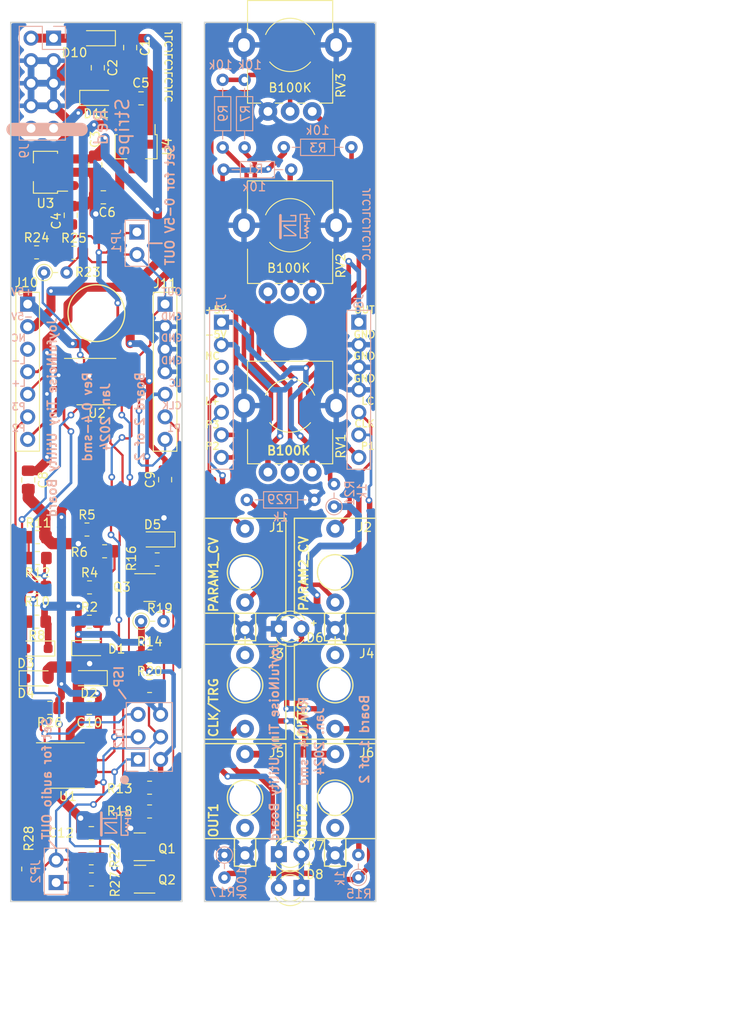
<source format=kicad_pcb>
(kicad_pcb (version 20221018) (generator pcbnew)
  (layers (0 "F.Cu" signal) (31 "B.Cu" signal) (34 "B.Paste" user) (35 "F.Paste" user) (36 "B.SilkS" user "B.Silkscreen") (37 "F.SilkS" user "F.Silkscreen") (38 "B.Mask" user) (39 "F.Mask" user) (44 "Edge.Cuts" user))
  (net 0 "")
  (net 1 "+12V")
  (net 2 "GNDREF")
  (net 3 "+5V")
  (net 4 "-12V")
  (net 5 "-5V")
  (net 6 "/MainBoard/MCU_ADC2")
  (net 7 "/MainBoard/MCU_ADC1")
  (net 8 "Net-(J1-Pad2)")
  (net 9 "Net-(U2D-+)")
  (net 10 "Net-(D5-K)")
  (net 11 "Net-(D10-A)")
  (net 12 "Net-(D11-K)")
  (net 13 "/MainBoard/MCU_PB0")
  (net 14 "Net-(R4-Pad1)")
  (net 15 "Net-(R10-Pad1)")
  (net 16 "/MainBoard/MCU_PWM")
  (net 19 "/PeripheralBoard/P1_CV")
  (net 20 "/PeripheralBoard/P2_CV")
  (net 21 "/PeripheralBoard/OUT")
  (net 22 "/PeripheralBoard/P3_POT")
  (net 23 "/PeripheralBoard/P2_POT")
  (net 24 "/PeripheralBoard/P1_POT")
  (net 25 "/MainBoard/MCU_ADC3")
  (net 26 "/MainBoard/OUT")
  (net 27 "/PeripheralBoard/CLK_TRG")
  (net 28 "/MainBoard/CLK_TRG")
  (net 29 "/MainBoard/P2_AVG")
  (net 30 "/MainBoard/P1_AVG")
  (net 31 "/PeripheralBoard/P2_AVG")
  (net 32 "/PeripheralBoard/P1_AVG")
  (net 33 "Net-(JP2-Pad1)")
  (net 34 "/MainBoard/MCU_RESET")
  (net 35 "/PeripheralBoard/CLK_LED")
  (net 36 "/PeripheralBoard/LED_NEG")
  (net 37 "/PeripheralBoard/LED_POS")
  (net 38 "/PeripheralBoard/DITTO")
  (net 39 "/PeripheralBoard/OUT1")
  (net 40 "/MainBoard/LED_POS")
  (net 41 "/MainBoard/LED_NEG")
  (net 42 "/MainBoard/CLK_LED")
  (net 47 "Net-(U2D--)")
  (net 48 "Net-(Q1-C)")
  (net 49 "Net-(Q1-E)")
  (net 50 "Net-(Q3-B)")
  (net 51 "Net-(Q3-C)")
  (net 52 "Net-(U2C--)")
  (net 53 "Net-(U2B--)")
  (footprint "LEDs:LED_D3.0mm" (layer "F.Cu") (at 226.314 151.638)
    (fp_text reference "D7")
    (fp_text value "LED" hide)
  )
  (footprint "SDIY:PJ301M-12_Thonkiconn" (layer "F.Cu") (at 232.664 119.888)
    (fp_text reference "J2")
    (fp_text value "3.5mm Mono Jack" hide)
  )
  (footprint "SDIY:PJ301M-12_Thonkiconn_NoGround" (layer "F.Cu") (at 232.664 132.588 180)
    (fp_text reference "J4")
    (fp_text value "3.5mm Mono Jack" hide)
  )
  (footprint "SDIY:PJ301M-12_Thonkiconn" (layer "F.Cu") (at 222.504 145.288)
    (fp_text reference "J5")
    (fp_text value "3.5mm Mono Jack" hide)
  )
  (footprint "SDIY:Potentiometer_Alpha_9mm_WithGround" (layer "F.Cu") (at 227.584 101.092)
    (fp_text reference "RV1")
    (fp_text value "B100K")
  )
  (footprint "SDIY:Potentiometer_Alpha_9mm_WithGround" (layer "F.Cu") (at 227.584 60.452)
    (fp_text reference "RV3")
    (fp_text value "B100K")
  )
  (footprint "Capacitor_SMD:C_0805_2012Metric_Pad1.18x1.45mm_HandSolder" (layer "F.Cu") (at 205.9 63.025 -90)
    (fp_text reference "C2")
    (fp_text value "22u")
  )
  (footprint "Diode_SMD:D_SOD-323_HandSoldering" (layer "F.Cu") (at 205.875 66.425)
    (fp_text reference "D11")
    (fp_text value "1N5819WS")
  )
  (footprint "SDIY:PJ301M-12_Thonkiconn_NoGround" (layer "F.Cu") (at 222.504 132.588 180)
    (fp_text reference "J3")
    (fp_text value "3.5mm Mono Jack" hide)
  )
  (footprint "LEDs:LED_D3.0mm" (layer "F.Cu") (at 226.314 126.238)
    (fp_text reference "D6")
    (fp_text value "LED" hide)
  )
  (footprint "Mounting_Holes:MountingHole_3.2mm_M3" (layer "F.Cu") (at 227.605001 92.756001)
    (fp_text reference "H1" hide)
    (fp_text value "MountingHole" hide)
  )
  (footprint "Mounting_Holes:MountingHole_3.2mm_M3" (layer "F.Cu") (at 205.74 90.678)
    (fp_text reference "H2" hide)
    (fp_text value "MountingHole" hide)
  )
  (footprint "SDIY:Potentiometer_Alpha_9mm_WithGround" (layer "F.Cu") (at 227.584 80.772)
    (fp_text reference "RV2")
    (fp_text value "B100K")
  )
  (footprint "SDIY:PJ301M-12_Thonkiconn" (layer "F.Cu") (at 232.664 145.288)
    (fp_text reference "J6")
    (fp_text value "3.5mm Mono Jack" hide)
  )
  (footprint "LEDs:LED_D3.0mm" (layer "F.Cu") (at 228.854 155.448 180)
    (fp_text reference "D8")
    (fp_text value "LED" hide)
  )
  (footprint "Diode_SMD:D_SOD-323_HandSoldering" (layer "F.Cu") (at 204.97 128.42)
    (fp_text reference "D1")
    (fp_text value "1N5819WS")
  )
  (footprint "Resistor_SMD:R_0805_2012Metric_Pad1.20x1.40mm_HandSolder" (layer "F.Cu") (at 204.97 121.58)
    (fp_text reference "R4")
    (fp_text value "10k")
  )
  (footprint "Resistor_SMD:R_0805_2012Metric_Pad1.20x1.40mm_HandSolder" (layer "F.Cu") (at 211.74 144.15)
    (fp_text reference "R13")
    (fp_text value "100k")
  )
  (footprint "Resistor_SMD:R_0805_2012Metric_Pad1.20x1.40mm_HandSolder" (layer "F.Cu") (at 200.48 135.16 180)
    (fp_text reference "R26")
    (fp_text value "100k")
  )
  (footprint "Pin_Headers:Pin_Header_Straight_1x07_Pitch2.54mm" (layer "F.Cu") (at 213.487 89.662)
    (fp_text reference "J11")
    (fp_text value "B2_HDR")
  )
  (footprint "Pin_Headers:Pin_Header_Straight_1x07_Pitch2.54mm" (layer "F.Cu") (at 197.993 89.662)
    (fp_text reference "J10")
    (fp_text value "B2_HDR")
  )
  (footprint "Capacitor_SMD:C_0805_2012Metric_Pad1.18x1.45mm_HandSolder" (layer "F.Cu") (at 198.06 109.47 -90)
    (fp_text reference "C8")
    (fp_text value "0.1u")
  )
  (footprint "Resistor_THT:R_Axial_DIN0204_L3.6mm_D1.6mm_P2.54mm_Vertical" (layer "F.Cu") (at 199.84 86.1)
    (fp_text reference "R23")
    (fp_text value "R_led")
  )
  (footprint "Resistor_SMD:R_0805_2012Metric_Pad1.20x1.40mm_HandSolder" (layer "F.Cu") (at 203.2 83.875)
    (fp_text reference "R25")
    (fp_text value "100k .1%")
  )
  (footprint "Diode_SMD:D_SOD-323_HandSoldering" (layer "F.Cu") (at 199.05 131.83)
    (fp_text reference "D4")
    (fp_text value "1N5819WS")
  )
  (footprint "SDIY:PJ301M-12_Thonkiconn" (layer "F.Cu") (at 222.504 119.888)
    (fp_text reference "J1")
    (fp_text value "3.5mm Mono Jack" hide)
  )
  (footprint "Capacitor_SMD:C_0805_2012Metric_Pad1.18x1.45mm_HandSolder" (layer "F.Cu") (at 206.525 77.625)
    (fp_text reference "C6")
    (fp_text value "0.1u")
  )
  (footprint "Resistor_SMD:R_0805_2012Metric_Pad1.20x1.40mm_HandSolder" (layer "F.Cu") (at 199 83.825)
    (fp_text reference "R24")
    (fp_text value "100k .1%")
  )
  (footprint "Package_TO_SOT_SMD:SOT-89-3_Handsoldering" (layer "F.Cu") (at 210.225 71.925 -90)
    (fp_text reference "U4")
    (fp_text value "79L05")
  )
  (footprint "Capacitor_SMD:C_0805_2012Metric_Pad1.18x1.45mm_HandSolder" (layer "F.Cu") (at 209.55 60.75 -90)
    (fp_text reference "C1")
    (fp_text value "22u")
  )
  (footprint "Capacitor_SMD:C_0805_2012Metric_Pad1.18x1.45mm_HandSolder" (layer "F.Cu") (at 204.94 135.15 180)
    (fp_text reference "C10")
    (fp_text value "0.1u")
  )
  (footprint "Resistor_SMD:R_0805_2012Metric_Pad1.20x1.40mm_HandSolder" (layer "F.Cu") (at 204.95 125.45)
    (fp_text reference "R2")
    (fp_text value "10k")
  )
  (footprint "Package_SO:SOIC-8_3.9x4.9mm_P1.27mm" (layer "F.Cu") (at 202.43 141.65)
    (fp_text reference "U1")
    (fp_text value "ATtiny85")
  )
  (footprint "Package_TO_SOT_SMD:SOT-89-3_Handsoldering" (layer "F.Cu") (at 200 74.8 180)
    (fp_text reference "U3")
    (fp_text value "78L05")
  )
  (footprint "Package_SO:TSSOP-14_4.4x5mm_P0.65mm" (layer "F.Cu") (at 205.74 98.39)
    (fp_text reference "U2")
    (fp_text value "TL074")
  )
  (footprint "Resistor_SMD:R_0805_2012Metric_Pad1.20x1.40mm_HandSolder" (layer "F.Cu") (at 211.74 146.83)
    (fp_text reference "R18")
    (fp_text value "10k")
  )
  (footprint "Package_TO_SOT_SMD:SOT-23" (layer "F.Cu") (at 210.63 150.81 180)
    (fp_text reference "Q1")
    (fp_text value "MMBT3904")
  )
  (footprint "Package_TO_SOT_SMD:SOT-23" (layer "F.Cu") (at 210.66 154.46 180)
    (fp_text reference "Q2")
    (fp_text value "MMBT3904")
  )
  (footprint "Resistor_SMD:R_0805_2012Metric_Pad1.20x1.40mm_HandSolder" (layer "F.Cu") (at 198.06 153.31 90)
    (fp_text reference "R28")
    (fp_text value "100k")
  )
  (footprint "Resistor_SMD:R_0805_2012Metric_Pad1.20x1.40mm_HandSolder" (layer "F.Cu") (at 205.18 154.48)
    (fp_text reference "R27")
    (fp_text value "10k*")
  )
  (footprint "Resistor_SMD:R_0805_2012Metric_Pad1.20x1.40mm_HandSolder" (layer "F.Cu") (at 205.16 152.11)
    (fp_text reference "R22")
    (fp_text value "100k*")
  )
  (footprint "Resistor_SMD:R_0805_2012Metric_Pad1.20x1.40mm_HandSolder" (layer "F.Cu") (at 211.74 132.69)
    (fp_text reference "R20")
    (fp_text value "100k")
  )
  (footprint "Resistor_THT:R_Axial_DIN0204_L3.6mm_D1.6mm_P2.54mm_Vertical" (layer "F.Cu") (at 210.78 125.39)
    (fp_text reference "R19")
    (fp_text value "R_led")
  )
  (footprint "Package_TO_SOT_SMD:SOT-23" (layer "F.Cu") (at 211.74 121.6)
    (fp_text reference "Q3")
    (fp_text value "MMBT3904")
  )
  (footprint "Resistor_SMD:R_0805_2012Metric_Pad1.20x1.40mm_HandSolder" (layer "F.Cu") (at 212.6 118.425)
    (fp_text reference "R16")
    (fp_text value "1M")
  )
  (footprint "Diode_SMD:D_SOD-323_HandSoldering" (layer "F.Cu") (at 212.6 116.175 180)
    (fp_text reference "D5")
    (fp_text value "1N4148")
  )
  (footprint "Capacitor_SMD:C_0805_2012Metric_Pad1.18x1.45mm_HandSolder" (layer "F.Cu") (at 213.49 109.44 90)
    (fp_text reference "C9")
    (fp_text value "0.1u")
  )
  (footprint "Resistor_SMD:R_0805_2012Metric_Pad1.20x1.40mm_HandSolder" (layer "F.Cu") (at 204.68 115.06)
    (fp_text reference "R5")
    (fp_text value "10k")
  )
  (footprint "Resistor_SMD:R_0805_2012Metric_Pad1.20x1.40mm_HandSolder" (layer "F.Cu") (at 206.67 117.51)
    (fp_text reference "R6")
    (fp_text value "10k")
  )
  (footprint "Resistor_SMD:R_0805_2012Metric_Pad1.20x1.40mm_HandSolder" (layer "F.Cu") (at 199.11 115.92 180)
    (fp_text reference "R11")
    (fp_text value "10k")
  )
  (footprint "Resistor_SMD:R_0805_2012Metric_Pad1.20x1.40mm_HandSolder" (layer "F.Cu") (at 199.1 118.27 180)
    (fp_text reference "R12")
    (fp_text value "10k")
  )
  (footprint "Resistor_SMD:R_0805_2012Metric_Pad1.20x1.40mm_HandSolder" (layer "F.Cu") (at 199.05 121.53 180)
    (fp_text reference "R10")
    (fp_text value "10k")
  )
  (footprint "Resistor_SMD:R_0805_2012Metric_Pad1.20x1.40mm_HandSolder" (layer "F.Cu") (at 199.03 125.44 180)
    (fp_text reference "R8")
    (fp_text value "10k")
  )
  (footprint "Diode_SMD:D_SOD-323_HandSoldering" (layer "F.Cu") (at 199.05 128.47 180)
    (fp_text reference "D3")
    (fp_text value "1N5819WS")
  )
  (footprint "Diode_SMD:D_SOD-323_HandSoldering" (layer "F.Cu") (at 204.96 131.81 180)
    (fp_text reference "D2")
    (fp_text value "1N5819WS")
  )
  (footprint "Resistor_SMD:R_0805_2012Metric_Pad1.20x1.40mm_HandSolder" (layer "F.Cu") (at 211.75 129.35)
    (fp_text reference "R14")
    (fp_text value "47k")
  )
  (footprint "Diode_SMD:D_SOD-323_HandSoldering" (layer "F.Cu") (at 205.875 59.7 180)
    (fp_text reference "D10")
    (fp_text value "1N5819WS")
  )
  (footprint "Capacitor_SMD:C_0805_2012Metric_Pad1.18x1.45mm_HandSolder" (layer "F.Cu") (at 202.85 79.65 90)
    (fp_text reference "C4")
    (fp_text value "0.1u")
  )
  (footprint "Capacitor_SMD:C_0805_2012Metric_Pad1.18x1.45mm_HandSolder" (layer "F.Cu") (at 205.17 149.27 180)
    (fp_text reference "C12")
    (fp_text value "2.2n")
  )
  (footprint "Capacitor_SMD:C_0805_2012Metric_Pad1.18x1.45mm_HandSolder" (layer "F.Cu") (at 210.775 66.475 180)
    (fp_text reference "C5")
    (fp_text value "0.22u")
  )
  (footprint "Capacitor_SMD:C_0805_2012Metric_Pad1.18x1.45mm_HandSolder" (layer "F.Cu") (at 205.625 73.975 -90)
    (fp_text reference "C3")
    (fp_text value "0.22u")
  )
  (footprint "Pin_Headers:Pin_Header_Straight_2x05_Pitch2.54mm" (layer "B.Cu") (at 200.914 59.69 180)
    (fp_text reference "J9")
    (fp_text value "POWER_HDR")
  )
  (footprint "Pin_Headers:Pin_Header_Straight_1x02_Pitch2.54mm" (layer "B.Cu") (at 210.312 81.534 180)
    (fp_text reference "JP1")
    (fp_text value "JMP")
  )
  (footprint "Resistor_THT:R_Axial_DIN0204_L3.6mm_D1.6mm_P7.62mm_Horizontal" (layer "B.Cu") (at 219.98 72.01 90)
    (fp_text reference "R9")
    (fp_text value "10k")
  )
  (footprint "Resistor_THT:R_Axial_DIN0204_L3.6mm_D1.6mm_P2.54mm_Vertical" (layer "B.Cu") (at 235.28 154.26 90)
    (fp_text reference "R15")
    (fp_text value "1k")
  )
  (footprint "Resistor_THT:R_Axial_DIN0204_L3.6mm_D1.6mm_P7.62mm_Horizontal" (layer "B.Cu") (at 220.09 74.51)
    (fp_text reference "R1")
    (fp_text value "10k")
  )
  (footprint "Pin_Headers:Pin_Header_Straight_1x07_Pitch2.54mm" (layer "B.Cu") (at 219.837 91.694 180)
    (fp_text reference "J7")
    (fp_text value "B1_HDR")
  )
  (footprint "Pin_Headers:Pin_Header_Straight_1x07_Pitch2.54mm" (layer "B.Cu") (at 235.331 91.694 180)
    (fp_text reference "J8")
    (fp_text value "B1_HDR")
  )
  (footprint "Pin_Headers:Pin_Header_Straight_2x03_Pitch2.54mm" (layer "B.Cu") (at 210.439 140.97)
    (fp_text reference "J12")
    (fp_text value "ISP")
  )
  (footprint "Resistor_THT:R_Axial_DIN0204_L3.6mm_D1.6mm_P2.54mm_Vertical" (layer "B.Cu") (at 220.18 151.74 -90)
    (fp_text reference "R17")
    (fp_text value "100k")
  )
  (footprint "Resistor_THT:R_Axial_DIN0204_L3.6mm_D1.6mm_P7.62mm_Horizontal" (layer "B.Cu") (at 230.32 111.72 180)
    (fp_text reference "R29")
    (fp_text value "1k")
  )
  (footprint "Resistor_THT:R_Axial_DIN0204_L3.6mm_D1.6mm_P2.54mm_Vertical" (layer "B.Cu") (at 232.54 112.48 90)
    (fp_text reference "R21")
    (fp_text value "1k")
  )
  (footprint "Resistor_THT:R_Axial_DIN0204_L3.6mm_D1.6mm_P7.62mm_Horizontal" (layer "B.Cu") (at 226.87 71.99)
    (fp_text reference "R3")
    (fp_text value "10k")
  )
  (footprint "Resistor_THT:R_Axial_DIN0204_L3.6mm_D1.6mm_P7.62mm_Horizontal" (layer "B.Cu") (at 222.45 72.01 90)
    (fp_text reference "R7")
    (fp_text value "10k")
  )
  (footprint "Pin_Headers:Pin_Header_Straight_1x02_Pitch2.54mm" (layer "B.Cu") (at 201.2 154.84)
    (fp_text reference "JP2")
    (fp_text value "JMP")
  )
  (gr_line (start 229.489 81.8388) (end 229.489 82.1944) (stroke (width 0.15)) (layer "B.SilkS"))
  (gr_line (start 228.219 80.3148) (end 226.441 80.3148) (stroke (width 0.15)) (layer "B.SilkS"))
  (gr_line (start 229.1842 80.3148) (end 229.7938 80.3148) (stroke (width 0.15)) (layer "B.SilkS"))
  (gr_line (start 228.727 82.1944) (end 229.489 82.1944) (stroke (width 0.15)) (layer "B.SilkS"))
  (gr_line (start 228.219 79.6798) (end 228.219 80.3148) (stroke (width 0.15)) (layer "B.SilkS"))
  (gr_line (start 229.489 80.01) (end 229.7938 80.01) (stroke (width 0.15)) (layer "B.SilkS"))
  (gr_line (start 226.8982 80.8736) (end 228.219 81.8388) (stroke (width 0.15)) (layer "B.SilkS"))
  (gr_line (start 228.727 79.5528) (end 229.489 79.5528) (stroke (width 0.15)) (layer "B.SilkS"))
  (gr_line (start 226.4918 79.6544) (end 226.4918 82.1944) (stroke (width 0.3)) (layer "B.SilkS"))
  (gr_line (start 227.6602 79.6798) (end 228.219 79.6798) (stroke (width 0.15)) (layer "B.SilkS"))
  (gr_line (start 229.489 80.01) (end 229.1842 80.01) (stroke (width 0.15)) (layer "B.SilkS"))
  (gr_line (start 228.219 80.772) (end 226.8982 80.772) (stroke (width 0.15)) (layer "B.SilkS"))
  (gr_line (start 229.235 81.6864) (end 229.489 81.8388) (stroke (width 0.15)) (layer "B.SilkS"))
  (gr_line (start 228.219 81.9404) (end 226.8982 81.9404) (stroke (width 0.15)) (layer "B.SilkS"))
  (gr_line (start 229.489 79.5528) (end 229.489 80.01) (stroke (width 0.15)) (layer "B.SilkS"))
  (gr_line (start 228.219 81.8388) (end 228.219 81.9404) (stroke (width 0.15)) (layer "B.SilkS"))
  (gr_line (start 229.489 80.7212) (end 229.235 80.8736) (stroke (width 0.15)) (layer "B.SilkS"))
  (gr_line (start 229.235 81.28) (end 229.6414 81.4832) (stroke (width 0.15)) (layer "B.SilkS"))
  (gr_line (start 229.235 80.8736) (end 229.6414 81.0768) (stroke (width 0.15)) (layer "B.SilkS"))
  (gr_line (start 229.6414 81.4832) (end 229.235 81.6864) (stroke (width 0.15)) (layer "B.SilkS"))
  (gr_line (start 226.8982 80.772) (end 226.8982 80.8736) (stroke (width 0.15)) (layer "B.SilkS"))
  (gr_line (start 228.727 79.5528) (end 228.727 82.1944) (stroke (width 0.15)) (layer "B.SilkS"))
  (gr_line (start 229.6414 81.0768) (end 229.235 81.28) (stroke (width 0.15)) (layer "B.SilkS"))
  (gr_line (start 229.489 80.3148) (end 229.489 80.7212) (stroke (width 0.15)) (layer "B.SilkS"))
  (gr_line (start 208.534 149.5044) (end 209.296 149.5044) (stroke (width 0.15)) (layer "B.SilkS"))
  (gr_line (start 207.4672 146.9898) (end 208.026 146.9898) (stroke (width 0.15)) (layer "B.SilkS"))
  (gr_line (start 208.026 146.9898) (end 208.026 147.6248) (stroke (width 0.15)) (layer "B.SilkS"))
  (gr_line (start 208.026 147.6248) (end 206.248 147.6248) (stroke (width 0.15)) (layer "B.SilkS"))
  (gr_line (start 206.2988 146.9644) (end 206.2988 149.5044) (stroke (width 0.3)) (layer "B.SilkS"))
  (gr_line (start 208.026 148.082) (end 206.7052 148.082) (stroke (width 0.15)) (layer "B.SilkS"))
  (gr_line (start 206.7052 148.1836) (end 208.026 149.1488) (stroke (width 0.15)) (layer "B.SilkS"))
  (gr_line (start 208.026 149.2504) (end 206.7052 149.2504) (stroke (width 0.15)) (layer "B.SilkS"))
  (gr_line (start 208.534 146.8628) (end 208.534 149.5044) (stroke (width 0.15)) (layer "B.SilkS"))
  (gr_line (start 208.534 146.8628) (end 209.296 146.8628) (stroke (width 0.15)) (layer "B.SilkS"))
  (gr_line (start 209.296 146.8628) (end 209.296 147.32) (stroke (width 0.15)) (layer "B.SilkS"))
  (gr_line (start 209.296 147.32) (end 208.9912 147.32) (stroke (width 0.15)) (layer "B.SilkS"))
  (gr_line (start 209.296 147.32) (end 209.6008 147.32) (stroke (width 0.15)) (layer "B.SilkS"))
  (gr_line (start 208.9912 147.6248) (end 209.6008 147.6248) (stroke (width 0.15)) (layer "B.SilkS"))
  (gr_line (start 209.296 147.6248) (end 209.296 148.0312) (stroke (width 0.15)) (layer "B.SilkS"))
  (gr_line (start 209.296 148.0312) (end 209.042 148.1836) (stroke (width 0.15)) (layer "B.SilkS"))
  (gr_line (start 209.042 148.1836) (end 209.4484 148.3868) (stroke (width 0.15)) (layer "B.SilkS"))
  (gr_line (start 209.4484 148.3868) (end 209.042 148.59) (stroke (width 0.15)) (layer "B.SilkS"))
  (gr_line (start 209.042 148.59) (end 209.4484 148.7932) (stroke (width 0.15)) (layer "B.SilkS"))
  (gr_line (start 209.4484 148.7932) (end 209.042 148.9964) (stroke (width 0.15)) (layer "B.SilkS"))
  (gr_line (start 209.296 149.1488) (end 209.296 149.5044) (stroke (width 0.15)) (layer "B.SilkS"))
  (gr_line (start 209.042 148.9964) (end 209.296 149.1488) (stroke (width 0.15)) (layer "B.SilkS"))
  (gr_line (start 206.7052 148.082) (end 206.7052 148.1836) (stroke (width 0.15)) (layer "B.SilkS"))
  (gr_line (start 208.026 149.1488) (end 208.026 149.2504) (stroke (width 0.15)) (layer "B.SilkS"))
  (gr_line (start 208.28 133.096) (end 209.042 134.112) (stroke (width 0.2)) (layer "B.SilkS"))
  (gr_line (start 200.406 150.114) (end 201.2 150.97) (stroke (width 0.2)) (layer "B.SilkS"))
  (gr_circle (center 208.915 143.256) (end 209.169 143.256) (stroke (width 0.5)) (fill none) (layer "B.SilkS"))
  (gr_line (start 196.342 69.977) (end 204.02 69.977) (stroke (width 1.5)) (layer "B.SilkS"))
  (gr_line (start 211.642 82.804) (end 213.13 82.804) (stroke (width 0.2)) (layer "B.SilkS"))
  (gr_line (start 196.088 57.912) (end 196.088 156.972) (stroke (width 0.15)) (layer "Edge.Cuts"))
  (gr_line (start 237.236 156.972) (end 217.932 156.972) (stroke (width 0.15)) (layer "Edge.Cuts"))
  (gr_line (start 237.236 57.912) (end 217.932 57.912) (stroke (width 0.15)) (layer "Edge.Cuts"))
  (gr_line (start 215.392 57.912) (end 196.088 57.912) (stroke (width 0.15)) (layer "Edge.Cuts"))
  (gr_line (start 196.088 156.972) (end 215.392 156.972) (stroke (width 0.15)) (layer "Edge.Cuts"))
  (gr_line (start 215.392 57.912) (end 215.392 156.972) (stroke (width 0.15)) (layer "Edge.Cuts"))
  (gr_line (start 237.236 156.972) (end 237.236 57.912) (stroke (width 0.15)) (layer "Edge.Cuts"))
  (gr_line (start 217.932 57.912) (end 217.932 156.972) (stroke (width 0.15)) (layer "Edge.Cuts"))
  (gr_text "Rev 0.4-smd" (at 204.724 102.362 90) (layer "B.SilkS") (effects (font (size 1 1) (thickness 0.2)) (justify mirror)))
  (gr_text "Jan. 2024" (at 206.756 102.362 90) (layer "B.SilkS") (effects (font (size 1 1) (thickness 0.2)) (justify mirror)))
  (gr_text "JoyfulNoise Tiny Utility Board" (at 200.75 102.43 90) (layer "B.SilkS") (effects (font (size 1 1) (thickness 0.2)) (justify mirror)))
  (gr_text "Board 2 of 2" (at 210.64 102.34 90) (layer "B.SilkS") (effects (font (size 1 1) (thickness 0.2)) (justify mirror)))
  (gr_text "Jan. 2024" (at 230.886 138.938 90) (layer "B.SilkS") (effects (font (size 1 1) (thickness 0.2)) (justify mirror)))
  (gr_text "JoyfulNoise Tiny Utility Board" (at 225.806 138.938 90) (layer "B.SilkS") (effects (font (size 1 1) (thickness 0.2)) (justify mirror)))
  (gr_text "Rev 0.4-smd" (at 229.108 138.938 90) (layer "B.SilkS") (effects (font (size 1 1) (thickness 0.2)) (justify mirror)))
  (gr_text "Board 1 of 2" (at 235.966 138.684 90) (layer "B.SilkS") (effects (font (size 1 1) (thickness 0.2)) (justify mirror)))
  (gr_text "JLCJLCJLCJLC" (at 236.22 76.454 90) (layer "B.SilkS") (effects (font (size 0.8 0.8)) (justify left mirror)))
  (gr_text "ISP" (at 208.28 130.302 90) (layer "B.SilkS") (effects (font (size 1 1) (thickness 0.2)) (justify left mirror)))
  (gr_text "Set for audio OUT" (at 200.152 150.114 90) (layer "B.SilkS") (effects (font (size 1 1) (thickness 0.2)) (justify right mirror)))
  (gr_text "GND" (at 214.249 91.059) (layer "B.SilkS") (effects (font (size 0.8 0.8)) (justify mirror)))
  (gr_text "GND" (at 214.249 93.472) (layer "B.SilkS") (effects (font (size 0.8 0.8)) (justify mirror)))
  (gr_text "GND" (at 214.249 96.012) (layer "B.SilkS") (effects (font (size 0.8 0.8)) (justify mirror)))
  (gr_text "CLK" (at 214.249 101.092) (layer "B.SilkS") (effects (font (size 0.8 0.8)) (justify mirror)))
  (gr_text "P1" (at 214.503 103.632) (layer "B.SilkS") (effects (font (size 0.8 0.8)) (justify mirror)))
  (gr_text "P2" (at 196.977 103.632) (layer "B.SilkS") (effects (font (size 0.8 0.8)) (justify mirror)))
  (gr_text "P3" (at 196.977 101.219) (layer "B.SilkS") (effects (font (size 0.8 0.8)) (justify mirror)))
  (gr_text "L+" (at 196.977 98.552) (layer "B.SilkS") (effects (font (size 0.8 0.8)) (justify mirror)))
  (gr_text "L-" (at 196.977 96.012) (layer "B.SilkS") (effects (font (size 0.8 0.8)) (justify mirror)))
  (gr_text "NC" (at 196.977 93.472) (layer "B.SilkS") (effects (font (size 0.8 0.8)) (justify mirror)))
  (gr_text "-5V" (at 197.358 91.059) (layer "B.SilkS") (effects (font (size 0.8 0.8)) (justify mirror)))
  (gr_text "+5V" (at 197.358 88.265) (layer "B.SilkS") (effects (font (size 0.8 0.8)) (justify mirror)))
  (gr_text "LC" (at 214.63 98.552) (layer "B.SilkS") (effects (font (size 0.8 0.8)) (justify mirror)))
  (gr_text "Red\nStripe" (at 207.47 69.73 90) (layer "B.SilkS") (effects (font (size 1.5 1.5) (thickness 0.2)) (justify mirror)))
  (gr_text "Set for 0-5V OUT" (at 214.03 71.54 90) (layer "B.SilkS") (effects (font (size 1 1) (thickness 0.2)) (justify left mirror)))
  (gr_text "OUT" (at 214.249 88.265) (layer "B.SilkS") (effects (font (size 0.8 0.8)) (justify mirror)))
  (gr_text "JLCJLCJLCJLC" (at 213.91 58.61 90) (layer "F.SilkS") (effects (font (size 0.8 0.8)) (justify left mirror)))
  (gr_text "CLK" (at 235.966 103.124) (layer "F.SilkS") (effects (font (size 0.8 0.8))))
  (gr_text "P1" (at 236.347 105.664) (layer "F.SilkS") (effects (font (size 0.8 0.8))))
  (gr_text "LC" (at 236.347 100.584) (layer "F.SilkS") (effects (font (size 0.8 0.8))))
  (gr_text "OUT" (at 235.966 90.297) (layer "F.SilkS") (effects (font (size 0.8 0.8))))
  (gr_text "GND" (at 235.966 98.044) (layer "F.SilkS") (effects (font (size 0.8 0.8))))
  (gr_text "GND" (at 235.966 93.091) (layer "F.SilkS") (effects (font (size 0.8 0.8))))
  (gr_text "GND" (at 235.966 95.504) (layer "F.SilkS") (effects (font (size 0.8 0.8))))
  (gr_text "L-" (at 218.821 98.044) (layer "F.SilkS") (effects (font (size 0.8 0.8))))
  (gr_text "P2" (at 218.821 105.664) (layer "F.SilkS") (effects (font (size 0.8 0.8))))
  (gr_text "L+" (at 218.821 100.584) (layer "F.SilkS") (effects (font (size 0.8 0.8))))
  (gr_text "P3" (at 218.821 103.251) (layer "F.SilkS") (effects (font (size 0.8 0.8))))
  (gr_text "+5V" (at 219.202 90.297) (layer "F.SilkS") (effects (font (size 0.8 0.8))))
  (gr_text "NC" (at 218.821 95.504) (layer "F.SilkS") (effects (font (size 0.8 0.8))))
  (gr_text "-5V" (at 219.202 93.091) (layer "F.SilkS") (effects (font (size 0.8 0.8))))
  (gr_text "OUT2" (at 228.981 147.828 90) (layer "F.SilkS") (effects (font (size 1 1) (thickness 0.2))))
  (gr_text "CLK/TRG" (at 218.948 135.128 90) (layer "F.SilkS") (effects (font (size 1 1) (thickness 0.2))))
  (gr_text "DITTO" (at 228.981 136.398 90) (layer "F.SilkS") (effects (font (size 1 1) (thickness 0.2))))
  (gr_text "PARAM2_CV" (at 229.108 120.015 90) (layer "F.SilkS") (effects (font (size 1 1) (thickness 0.2))))
  (gr_text "PARAM1_CV" (at 218.948 120.142 90) (layer "F.SilkS") (effects (font (size 1 1) (thickness 0.2))))
  (gr_text "OUT1" (at 218.948 147.828 90) (layer "F.SilkS") (effects (font (size 1 1) (thickness 0.2))))
  (segment (start 204.503 87.757) (end 209.804 87.757) (width 1.016) (layer "F.Cu") (net 1))
  (segment (start 202.45 73.3) (end 205.2625 73.3) (width 1.016) (layer "F.Cu") (net 1))
  (segment (start 202.54 89.72) (end 204.503 87.757) (width 1.016) (layer "F.Cu") (net 1))
  (segment (start 211.575 59.725) (end 209.5625 59.725) (width 1.016) (layer "F.Cu") (net 1))
  (segment (start 209.5625 59.725) (end 209.55 59.7125) (width 1.016) (layer "F.Cu") (net 1))
  (segment (start 206.725 71.8375) (end 205.625 72.9375) (width 1.016) (layer "F.Cu") (net 1))
  (segment (start 209.804 87.757) (end 212.625 84.936) (width 1.016) (layer "F.Cu") (net 1))
  (segment (start 201.290894 99.1) (end 202.000894 98.39) (width 0.4064) (layer "F.Cu") (net 1))
  (segment (start 200.162523 99.78) (end 200.842523 99.1) (width 0.4064) (layer "F.Cu") (net 1))
  (segment (start 202.54 91.385) (end 202.54 89.72) (width 1.016) (layer "F.Cu") (net 1))
  (segment (start 200.162523 107.307477) (end 199.0375 108.4325) (width 1.016) (layer "F.Cu") (net 1))
  (segment (start 200.162523 95.14) (end 200.162523 93.762477) (width 1.016) (layer "F.Cu") (net 1))
  (segment (start 200.162523 93.762477) (end 202.54 91.385) (width 1.016) (layer "F.Cu") (net 1))
  (segment (start 199.0375 108.4325) (end 198.06 108.4325) (width 1.016) (layer "F.Cu") (net 1))
  (segment (start 212.625 84.936) (end 212.625 78.975) (width 1.016) (layer "F.Cu") (net 1))
  (segment (start 202.000894 98.39) (end 202.8775 98.39) (width 0.4064) (layer "F.Cu") (net 1))
  (segment (start 206.725 70.925) (end 206.725 71.8375) (width 1.016) (layer "F.Cu") (net 1))
  (segment (start 200.842523 99.1) (end 201.290894 99.1) (width 0.4064) (layer "F.Cu") (net 1))
  (segment (start 209.5375 59.7) (end 207.125 59.7) (width 1.016) (layer "F.Cu") (net 1))
  (segment (start 200.162523 106.887477) (end 200.162523 107.307477) (width 1.016) (layer "F.Cu") (net 1))
  (segment (start 209.55 59.7125) (end 209.5375 59.7) (width 1.016) (layer "F.Cu") (net 1))
  (via (at 211.575 59.725) (size 0.762) (drill 0.4064) (layers "F.Cu" "B.Cu") (net 1))
  (via (at 206.725 70.925) (size 0.762) (drill 0.4064) (layers "F.Cu" "B.Cu") (net 1))
  (via (at 200.162523 99.78) (size 0.762) (drill 0.4064) (layers "F.Cu" "B.Cu") (net 1))
  (via (at 200.162523 95.14) (size 0.762) (drill 0.4064) (layers "F.Cu" "B.Cu") (net 1))
  (via (at 212.625 78.975) (size 0.762) (drill 0.4064) (layers "F.Cu" "B.Cu") (net 1))
  (via (at 200.162523 106.887477) (size 0.762) (drill 0.4064) (layers "F.Cu" "B.Cu") (net 1))
  (segment (start 212.625 60.775) (end 212.625 78.975) (width 1.016) (layer "B.Cu") (net 1))
  (segment (start 200.162523 99.78) (end 200.162523 95.14) (width 1.016) (layer "B.Cu") (net 1))
  (segment (start 200.162523 106.887477) (end 200.162523 99.78) (width 1.016) (layer "B.Cu") (net 1))
  (segment (start 211.575 59.725) (end 212.625 60.775) (width 1.016) (layer "B.Cu") (net 1))
  (segment (start 208.4 74.6) (end 208.4 74.75) (width 1.016) (layer "B.Cu") (net 1))
  (segment (start 206.725 72.925) (end 208.4 74.6) (width 1.016) (layer "B.Cu") (net 1))
  (segment (start 206.725 70.925) (end 206.725 72.925) (width 1.016) (layer "B.Cu") (net 1))
  (segment (start 208.4 74.75) (end 212.625 78.975) (width 1.016) (layer "B.Cu") (net 1))
  (segment (start 204.454958 130.556) (end 203.708 130.556) (width 0.6096) (layer "F.Cu") (net 2))
  (segment (start 200.3 131.83) (end 200.3 130.916) (width 1.27) (layer "F.Cu") (net 2))
  (segment (start 203.708 116.6495) (end 203.708 115.316) (width 1.27) (layer "F.Cu") (net 2))
  (segment (start 198.06 152.31) (end 198.09 152.28) (width 1.016) (layer "F.Cu") (net 2))
  (segment (start 213.36 113.74) (end 212.56 113.74) (width 1.27) (layer "F.Cu") (net 2))
  (segment (start 213.36 113.74) (end 213.36 110.6075) (width 1.27) (layer "F.Cu") (net 2))
  (segment (start 201.341948 74.8) (end 202.3625 74.8) (width 1.016) (layer "F.Cu") (net 2))
  (segment (start 202.79 142.56) (end 201.795 143.555) (width 1.016) (layer "F.Cu") (net 2))
  (segment (start 202.8875 97.75) (end 203.58 97.75) (width 0.4064) (layer "F.Cu") (net 2))
  (segment (start 200.5872 72.554748) (end 200.5872 74.045252) (width 1.016) (layer "F.Cu") (net 2))
  (segment (start 199.955 143.555) (end 199.978 143.578) (width 1.016) (layer "F.Cu") (net 2))
  (segment (start 212.56 113.74) (end 211.35 114.95) (width 1.27) (layer "F.Cu") (net 2))
  (segment (start 202.653 70.56867) (end 201.27167 71.95) (width 1.016) (layer "F.Cu") (net 2))
  (segment (start 205.65 75.3875) (end 205.625 75.3625) (width 1.016) (layer "F.Cu") (net 2))
  (segment (start 203.9025 136.7115) (end 202.79 137.824) (width 1.016) (layer "F.Cu") (net 2))
  (segment (start 211.725 66.5625) (end 211.725 69.475) (width 1.016) (layer "F.Cu") (net 2))
  (segment (start 201.27167 71.95) (end 201.191948 71.95) (width 1.016) (layer "F.Cu") (net 2))
  (segment (start 202.653 69.049) (end 202.653 70.56867) (width 1.016) (layer "F.Cu") (net 2))
  (segment (start 199.936209 113.395223) (end 198.06 111.519014) (width 1.27) (layer "F.Cu") (net 2))
  (segment (start 199.978 143.59) (end 203.909169 147.521169) (width 1.016) (layer "F.Cu") (net 2))
  (segment (start 199.978 143.59) (end 203.962 147.574) (width 1.016) (layer "F.Cu") (net 2))
  (segment (start 202.3625 74.8) (end 205.4125 74.8) (width 1.016) (layer "F.Cu") (net 2))
  (segment (start 202.8775 97.74) (end 202.8875 97.75) (width 0.4064) (layer "F.Cu") (net 2))
  (segment (start 199.92341 113.89359) (end 199.936209 113.880791) (width 1.27) (layer "F.Cu") (net 2))
  (segment (start 205.4125 74.8) (end 205.625 75.0125) (width 1.016) (layer "F.Cu") (net 2))
  (segment (start 198.06 111.519014) (end 198.06 110.5075) (width 1.27) (layer "F.Cu") (net 2))
  (segment (start 200.66 130.556) (end 201.803 130.556) (width 1.27) (layer "F.Cu") (net 2))
  (segment (start 202.79 137.824) (end 202.79 142.56) (width 1.016) (layer "F.Cu") (net 2))
  (segment (start 210.74 147.577) (end 210.74 146.83) (width 1.016) (layer "F.Cu") (net 2))
  (segment (start 205.6 79.425) (end 205.6 75.0375) (width 1.27) (layer "F.Cu") (net 2))
  (segment (start 211.8125 66.475) (end 211.725 66.5625) (width 1.016) (layer "F.Cu") (net 2))
  (segment (start 205.625 75.3625) (end 205.625 75.0125) (width 1.016) (layer "F.Cu") (net 2))
  (segment (start 202.8775 97.74) (end 201.548956 97.74) (width 0.4064) (layer "F.Cu") (net 2))
  (segment (start 203.6965 61.9875) (end 205.9 61.9875) (width 1.524) (layer "F.Cu") (net 2))
  (segment (start 203.962 149.0995) (end 204.1325 149.27) (width 1.016) (layer "F.Cu") (net 2))
  (segment (start 203.9025 135.15) (end 203.9025 136.7115) (width 1.016) (layer "F.Cu") (net 2))
  (segment (start 203.71 134.9575) (end 203.9025 135.15) (width 1.27) (layer "F.Cu") (net 2))
  (segment (start 213.36 110.6075) (end 213.49 110.4775) (width 1.27) (layer "F.Cu") (net 2))
  (segment (start 203.71 130.558) (end 203.71 134.9575) (width 1.27) (layer "F.Cu") (net 2))
  (segment (start 200.914 64.77) (end 203.6965 61.9875) (width 1.524) (layer "F.Cu") (net 2))
  (segment (start 198.09 152.28) (end 198.09 145.42) (width 1.016) (layer "F.Cu") (net 2))
  (segment (start 205.625 77.4875) (end 204.5 78.6125) (width 1.016) (layer "F.Cu") (net 2))
  (segment (start 200.3 130.916) (end 200.66 130.556) (width 1.27) (layer "F.Cu") (net 2))
  (segment (start 209.4 61.9375) (end 209.55 61.7875) (width 1.016) (layer "F.Cu") (net 2))
  (segment (start 200.5872 74.045252) (end 201.341948 74.8) (width 1.016) (layer "F.Cu") (net 2))
  (segment (start 204.84392 130.167038) (end 204.454958 130.556) (width 0.6096) (layer "F.Cu") (net 2))
  (segment (start 203.909169 147.521169) (end 203.909169 147.621) (width 1.016) (layer "F.Cu") (net 2))
  (segment (start 199.92341 115.34141) (end 199.92341 113.89359) (width 1.27) (layer "F.Cu") (net 2))
  (segment (start 211.35 114.95) (end 211.35 116.175) (width 1.27) (layer "F.Cu") (net 2))
  (segment (start 203.708 130.556) (end 202.946 130.556) (width 1.27) (layer "F.Cu") (net 2))
  (segment (start 204.96 97.75) (end 204.97 97.76) (width 0.4064) (layer "F.Cu") (net 2))
  (segment (start 211.8125 64.2) (end 209.55 61.9375) (width 1.524) (layer "F.Cu") (net 2))
  (segment (start 204.5 78.6125) (end 202.85 78.6125) (width 1.016) (layer "F.Cu") (net 2))
  (segment (start 205.9 61.9875) (end 205.95 61.9375) (width 1.016) (layer "F.Cu") (net 2))
  (segment (start 199.936209 113.880791) (end 199.936209 113.395223) (width 1.27) (layer "F.Cu") (net 2))
  (segment (start 201.803 130.556) (end 202.946 130.556) (width 1.27) (layer "F.Cu") (net 2))
  (segment (start 211.8125 66.475) (end 211.8125 64.2) (width 1.524) (layer "F.Cu") (net 2))
  (segment (start 201.795 143.555) (end 199.955 143.555) (width 1.016) (layer "F.Cu") (net 2))
  (segment (start 205.6 75.0375) (end 205.625 75.0125) (width 1.27) (layer "F.Cu") (net 2))
  (segment (start 198.09 145.42) (end 199.955 143.555) (width 1.016) (layer "F.Cu") (net 2))
  (segment (start 203.962 147.574) (end 203.962 149.0995) (width 1.016) (layer "F.Cu") (net 2))
  (segment (start 209.55 61.9375) (end 209.55 61.7875) (width 1.524) (layer "F.Cu") (net 2))
  (segment (start 200.7235 116.6495) (end 199.92341 115.84941) (width 1.27) (layer "F.Cu") (net 2))
  (segment (start 199.92341 115.84941) (end 199.92341 115.316) (width 1.27) (layer "F.Cu") (net 2))
  (segment (start 200.914 67.31) (end 202.653 69.049) (width 1.016) (layer "F.Cu") (net 2))
  (segment (start 204.978 130.167038) (end 204.84392 130.167038) (width 0.6096) (layer "F.Cu") (net 2))
  (segment (start 209.6 148.717) (end 210.74 147.577) (width 1.016) (layer "F.Cu") (net 2))
  (segment (start 199.978 143.578) (end 199.978 143.59) (width 1.016) (layer "F.Cu") (net 2))
  (segment (start 201.191948 71.95) (end 200.5872 72.554748) (width 1.016) (layer "F.Cu") (net 2))
  (segment (start 201.548956 97.74) (end 201.491601 97.682645) (width 0.4064) (layer "F.Cu") (net 2))
  (segment (start 203.708 130.556) (end 203.71 130.558) (width 1.27) (layer "F.Cu") (net 2))
  (segment (start 205.95 61.9375) (end 209.4 61.9375) (width 1.524) (layer "F.Cu") (net 2))
  (segment (start 201.803 116.6495) (end 200.7235 116.6495) (width 1.27) (layer "F.Cu") (net 2))
  (segment (start 203.708 116.6495) (end 201.803 116.6495) (width 1.27) (layer "F.Cu") (net 2))
  (segment (start 203.58 97.75) (end 204.96 97.75) (width 0.4064) (layer "F.Cu") (net 2))
  (segment (start 201.803 116.6495) (end 201.803 130.556) (width 1.016) (layer "F.Cu") (net 2))
  (segment (start 205.675 79.5) (end 205.6 79.425) (width 1.27) (layer "F.Cu") (net 2))
  (via (at 213.36 113.74) (size 1.016) (drill 0.6096) (layers "F.Cu" "B.Cu") (net 2))
  (via (at 204.97 97.76) (size 0.762) (drill 0.4064) (layers "F.Cu" "B.Cu") (net 2))
  (via (at 205.675 79.5) (size 0.9144) (drill 0.6096) (layers "F.Cu" "B.Cu") (net 2))
  (via (at 204.978 130.167038) (size 0.9144) (drill 0.6096) (layers "F.Cu" "B.Cu") (net 2))
  (via (at 201.491601 97.682645) (size 0.762) (drill 0.4064) (layers "F.Cu" "B.Cu") (net 2))
  (via (at 203.708 116.6495) (size 0.9144) (drill 0.6096) (layers "F.Cu" "B.Cu") (net 2))
  (via (at 209.6 148.717) (size 0.9144) (drill 0.6096) (layers "F.Cu" "B.Cu") (net 2))
  (via (at 203.962 147.574) (size 0.9144) (drill 0.6096) (layers "F.Cu" "B.Cu") (net 2))
  (segment (start 220.18 151.74) (end 220.208 151.768) (width 1.27) (layer "B.Cu") (net 2))
  (segment (start 208.038997 133.565999) (end 208.038997 130.568997) (width 0.6096) (layer "B.Cu") (net 2))
  (segment (start 198.374 64.77) (end 200.914 64.77) (width 0.762) (layer "B.Cu") (net 2))
  (segment (start 212.523 112.903) (end 204.851 112.903) (width 1.27) (layer "B.Cu") (net 2))
  (segment (start 201.491601 97.701601) (end 201.55 97.76) (width 1.016) (layer "B.Cu") (net 2))
  (segment (start 208.038997 130.568997) (end 207.683199 130.213199) (width 0.6096) (layer "B.Cu") (net 2))
  (segment (start 203.97479 147.56121) (end 203.962 147.574) (width 1.016) (layer "B.Cu") (net 2))
  (segment (start 207.625 81.45) (end 207.625 85.705) (width 1.27) (layer "B.Cu") (net 2))
  (segment (start 211.366001 134.277001) (end 209.296 134.277001) (width 0.508) (layer "B.Cu") (net 2))
  (segment (start 204.97 97.76) (end 204.98 97.77) (width 1.27) (layer "B.Cu") (net 2))
  (segment (start 198.374 64.77) (end 198.374 67.31) (width 0.762) (layer "B.Cu") (net 2))
  (segment (start 207.625 85.705) (end 211.201 89.281) (width 1.27) (layer "B.Cu") (net 2))
  (segment (start 203.708 114.046) (end 203.708 116.6495) (width 1.27) (layer "B.Cu") (net 2))
  (segment (start 209.6 148.717) (end 209.296 148.717) (width 1.016) (layer "B.Cu") (net 2))
  (segment (start 213.36 113.74) (end 212.523 112.903) (width 1.27) (layer "B.Cu") (net 2))
  (segment (start 205.83 95.16) (end 205.83 96.9) (width 1.27) (layer "B.Cu") (net 2))
  (segment (start 213.487 92.202) (end 211.201 92.202) (width 1.27) (layer "B.Cu") (net 2))
  (segment (start 213.487 92.202) (end 213.487 94.742) (width 1.27) (layer "B.Cu") (net 2))
  (segment (start 201.49 97.684246) (end 201.49 97.7) (width 1.016) (layer "B.Cu") (net 2))
  (segment (start 209.296 148.717) (end 208.14021 147.56121) (width 1.016) (layer "B.Cu") (net 2))
  (segment (start 198.374 67.31) (end 200.914 67.31) (width 0.762) (layer "B.Cu") (net 2))
  (segment (start 208.038997 133.565999) (end 208.749999 134.277001) (width 0.762) (layer "B.Cu") (net 2))
  (segment (start 201.55 97.76) (end 204.97 97.76) (width 1.016) (layer "B.Cu") (net 2))
  (segment (start 212.979 135.89) (end 211.366001 134.277001) (width 0.508) (layer "B.Cu") (net 2))
  (segment (start 207.683199 130.213199) (end 205.024161 130.213199) (width 0.6096) (layer "B.Cu") (net 2))
  (segment (start 201.491601 97.682645) (end 201.49 97.684246) (width 1.016) (layer "B.Cu") (net 2))
  (segment (start 204.851 112.903) (end 203.708 114.046) (width 1.27) (layer "B.Cu") (net 2))
  (segment (start 205.675 79.5) (end 207.625 81.45) (width 1.27) (layer "B.Cu") (net 2))
  (segment (start 205.83 96.9) (end 204.97 97.76) (width 1.27) (layer "B.Cu") (net 2))
  (segment (start 204.98 112.774) (end 204.851 112.903) (width 1.27) (layer "B.Cu") (net 2))
  (segment (start 208.14021 147.56121) (end 203.97479 147.56121) (width 1.016) (layer "B.Cu") (net 2))
  (segment (start 205.024161 130.213199) (end 204.978 130.167038) (width 0.6096) (layer "B.Cu") (net 2))
  (segment (start 198.374 62.23) (end 198.374 64.77) (width 0.762) (layer "B.Cu") (net 2))
  (segment (start 211.201 92.202) (end 208.788 92.202) (width 1.27) (layer "B.Cu") (net 2))
  (segment (start 220.208 151.768) (end 222.504 151.768) (width 1.27) (layer "B.Cu") (net 2))
  (segment (start 213.487 97.282) (end 213.487 94.742) (width 1.27) (layer "B.Cu") (net 2))
  (segment (start 200.914 62.23) (end 198.374 62.23) (width 0.762) (layer "B.Cu") (net 2))
  (segment (start 201.491601 97.682645) (end 201.491601 97.701601) (width 1.016) (layer "B.Cu") (net 2))
  (segment (start 211.201 89.281) (end 211.201 92.202) (width 1.27) (layer "B.Cu") (net 2))
  (segment (start 200.914 67.31) (end 200.914 64.77) (width 0.762) (layer "B.Cu") (net 2))
  (segment (start 204.98 97.77) (end 204.98 112.774) (width 1.27) (layer "B.Cu") (net 2))
  (segment (start 208.749999 134.277001) (end 209.296 134.277001) (width 0.762) (layer "B.Cu") (net 2))
  (segment (start 208.788 92.202) (end 205.83 95.16) (width 1.27) (layer "B.Cu") (net 2))
  (segment (start 200.914 64.77) (end 200.914 62.23) (width 0.762) (layer "B.Cu") (net 2))
  (segment (start 201.803 133.917) (end 201.48 134.24) (width 0.762) (layer "F.Cu") (net 3))
  (segment (start 202.125 80.6875) (end 201.109 79.6715) (width 1.016) (layer "F.Cu") (net 3))
  (segment (start 203.708 126.873) (end 203.708 128.408) (width 0.762) (layer "F.Cu") (net 3))
  (segment (start 205.225 139.745) (end 204.905 139.745) (width 0.762) (layer "F.Cu") (net 3))
  (segment (start 212.979 140.97) (end 212.979 143.911) (width 0.6096) (layer "F.Cu") (net 3))
  (segment (start 212.979 143.911) (end 212.74 144.15) (width 0.6096) (layer "F.Cu") (net 3))
  (segment (start 203.95 125.45) (end 203.708 125.692) (width 0.762) (layer "F.Cu") (net 3))
  (segment (start 210.82 125.54) (end 210.82 127.762) (width 0.762) (layer "F.Cu") (net 3))
  (segment (start 203.708 128.408) (end 203.72 128.42) (width 0.762) (layer "F.Cu") (net 3))
  (segment (start 210.75 129.35) (end 210.75 130.105) (width 0.6096) (layer "F.Cu") (net 3))
  (segment (start 206.17 95.934) (end 204.343 94.107) (width 1.016) (layer "F.Cu") (net 3))
  (segment (start 205.9775 133.682501) (end 205.9775 138.9925) (width 0.762) (layer "F.Cu") (net 3))
  (segment (start 201.109 79.6715) (end 201.109 77.641) (width 1.016) (layer "F.Cu") (net 3))
  (segment (start 200.03 125.44) (end 200.31 125.72) (width 0.762) (layer "F.Cu") (net 3))
  (segment (start 198 83.825) (end 198 83.378288) (width 1.016) (layer "F.Cu") (net 3))
  (segment (start 201.109 77.641) (end 202.45 76.3) (width 1.016) (layer "F.Cu") (net 3))
  (segment (start 200.31 125.72) (end 200.31 128.46) (width 0.762) (layer "F.Cu") (net 3))
  (segment (start 230.084 96.147902) (end 229.362 96.869902) (width 0.6096) (layer "F.Cu") (net 3))
  (segment (start 202.85 80.6875) (end 202.125 80.6875) (width 1.016) (layer "F.Cu") (net 3))
  (segment (start 200.31 128.46) (end 200.3 128.47) (width 0.762) (layer "F.Cu") (net 3))
  (segment (start 230.084 85.685) (end 230.084 78.399) (width 0.6096) (layer "F.Cu") (net 3))
  (segment (start 230.084 88.272) (end 230.084 96.147902) (width 0.6096) (layer "F.Cu") (net 3))
  (segment (start 201.48 134.24) (end 201.48 135.16) (width 0.762) (layer "F.Cu") (net 3))
  (segment (start 202.45 76.3) (end 203.25 76.3) (width 1.016) (layer "F.Cu") (net 3))
  (segment (start 198 83.378288) (end 200.690788 80.6875) (width 1.016) (layer "F.Cu") (net 3))
  (segment (start 205.81 133.515001) (end 205.9775 133.682501) (width 0.762) (layer "F.Cu") (net 3))
  (segment (start 199.898 125.308) (end 200.03 125.44) (width 0.762) (layer "F.Cu") (net 3))
  (segment (start 230.084 78.399) (end 232.537 75.946) (width 0.6096) (layer "F.Cu") (net 3))
  (segment (start 210.82 129.28) (end 210.75 129.35) (width 0.762) (layer "F.Cu") (net 3))
  (segment (start 197.993 83.832) (end 198 83.825) (width 1.016) (layer "F.Cu") (net 3))
  (segment (start 232.537 75.946) (end 232.537 70.405) (width 0.6096) (layer "F.Cu") (net 3))
  (segment (start 199.898 123.698) (end 199.898 125.308) (width 0.762) (layer "F.Cu") (net 3))
  (segment (start 210.82 127.762) (end 210.82 129.28) (width 0.762) (layer "F.Cu") (net 3))
  (segment (start 230.084 105.878) (end 228.727 104.521) (width 0.6096) (layer "F.Cu") (net 3))
  (segment (start 210.75 130.105) (end 211.709 131.064) (width 0.6096) (layer "F.Cu") (net 3))
  (segment (start 205.9775 138.9925) (end 205.225 139.745) (width 0.762) (layer "F.Cu") (net 3))
  (segment (start 232.537 70.405) (end 230.084 67.952) (width 0.6096) (layer "F.Cu") (net 3))
  (segment (start 206.17 105.79) (end 206.17 95.934) (width 1.016) (layer "F.Cu") (net 3))
  (segment (start 230.084 108.592) (end 230.084 105.878) (width 0.6096) (layer "F.Cu") (net 3))
  (segment (start 201.803 112.767) (end 204.15 110.42) (width 1.016) (layer "F.Cu") (net 3))
  (segment (start 197.993 89.662) (end 197.993 83.832) (width 1.016) (layer "F.Cu") (net 3))
  (segment (start 201.803 113.665) (end 201.803 112.767) (width 1.016) (layer "F.Cu") (net 3))
  (segment (start 230.084 85.685) (end 230.084 88.272) (width 0.6096) (layer "F.Cu") (net 3))
  (segment (start 203.708 123.698) (end 203.708 125.208) (width 0.762) (layer "F.Cu") (net 3))
  (segment (start 204.15 110.42) (end 204.15 107.81) (width 1.016) (layer "F.Cu") (net 3))
  (segment (start 200.690788 80.6875) (end 202.85 80.6875) (width 1.016) (layer "F.Cu") (net 3))
  (segment (start 198.12 89.535) (end 197.993 89.662) (width 1.016) (layer "F.Cu") (net 3))
  (segment (start 203.708 125.208) (end 203.95 125.45) (width 0.762) (layer "F.Cu") (net 3))
  (segment (start 201.803 132.461) (end 201.803 133.917) (width 0.762) (layer "F.Cu") (net 3))
  (segment (start 204.15 107.81) (end 206.17 105.79) (width 1.016) (layer "F.Cu") (net 3))
  (segment (start 203.708 125.692) (end 203.708 126.873) (width 0.762) (layer "F.Cu") (net 3))
  (segment (start 204.343 94.107) (end 203.073 94.107) (width 1.016) (layer "F.Cu") (net 3))
  (via (at 201.803 132.461) (size 0.762) (drill 0.4064) (layers "F.Cu" "B.Cu") (net 3))
  (via (at 203.073 94.107) (size 0.762) (drill 0.4064) (layers "F.Cu" "B.Cu") (net 3))
  (via (at 203.708 126.873) (size 0.762) (drill 0.4064) (layers "F.Cu" "B.Cu") (net 3))
  (via (at 229.362 96.869902) (size 0.762) (drill 0.4064) (layers "F.Cu" "B.Cu") (net 3))
  (via (at 210.82 127.762) (size 0.762) (drill 0.4064) (layers "F.Cu" "B.Cu") (net 3))
  (via (at 201.803 113.665) (size 0.762) (drill 0.4064) (layers "F.Cu" "B.Cu") (net 3))
  (via (at 211.709 131.064) (size 0.762) (drill 0.4064) (layers "F.Cu" "B.Cu") (net 3))
  (via (at 199.898 123.698) (size 0.762) (drill 0.4064) (layers "F.Cu" "B.Cu") (net 3))
  (via (at 203.708 123.698) (size 0.762) (drill 0.4064) (layers "F.Cu" "B.Cu") (net 3))
  (via (at 228.727 104.521) (size 0.762) (drill 0.4064) (layers "F.Cu" "B.Cu") (net 3))
  (via (at 205.81 133.515001) (size 0.762) (drill 0.4064) (layers "F.Cu" "B.Cu") (net 3))
  (segment (start 201.803 114.808) (end 201.803 123.952) (width 1.016) (layer "B.Cu") (net 3))
  (segment (start 197.993 89.662) (end 198.374 89.662) (width 0.762) (layer "B.Cu") (net 3))
  (segment (start 214.122 131.064) (end 214.45 131.392) (width 0.508) (layer "B.Cu") (net 3))
  (segment (start 198.362 89.662) (end 202.807 94.107) (width 1.016) (layer "B.Cu") (net 3))
  (segment (start 202.807 94.107) (end 203.073 94.107) (width 1.016) (layer "B.Cu") (net 3))
  (segment (start 214.45 131.392) (end 214.45 139.499) (width 0.508) (layer "B.Cu") (net 3))
  (segment (start 221.234 91.694) (end 219.837 91.694) (width 0.6096) (layer "B.Cu") (net 3))
  (segment (start 222.885 94.555) (end 222.885 93.345) (width 0.6096) (layer "B.Cu") (net 3))
  (segment (start 222.885 93.345) (end 221.234 91.694) (width 0.6096) (layer "B.Cu") (net 3))
  (segment (start 201.803 114.808) (end 201.803 113.665) (width 1.016) (layer "B.Cu") (net 3))
  (segment (start 205.81 133.515001) (end 202.857001 133.515001) (width 0.762) (layer "B.Cu") (net 3))
  (segment (start 226.441 98.111) (end 222.885 94.555) (width 0.6096) (layer "B.Cu") (net 3))
  (segment (start 199.898 123.698) (end 201.803 123.698) (width 1.016) (layer "B.Cu") (net 3))
  (segment (start 211.709 131.064) (end 214.122 131.064) (width 0.508) (layer "B.Cu") (net 3))
  (segment (start 229.362 96.869902) (end 227.742098 96.869902) (width 0.6096) (layer "B.Cu") (net 3))
  (segment (start 229.362 96.869902) (end 229.362 98.679) (width 0.6096) (layer "B.Cu") (net 3))
  (segment (start 227.711 100.33) (end 227.711 103.505) (width 0.6096) (layer "B.Cu") (net 3))
  (segment (start 202.857001 133.515001) (end 201.803 132.461) (width 0.762) (layer "B.Cu") (net 3))
  (segment (start 226.441 98.171) (end 226.441 98.111) (width 0.6096) (layer "B.Cu") (net 3))
  (segment (start 201.803 123.952) (end 201.803 132.461) (width 1.016) (layer "B.Cu") (net 3))
  (segment (start 197.993 89.662) (end 198.362 89.662) (width 1.016) (layer "B.Cu") (net 3))
  (segment (start 201.803 123.698) (end 203.708 123.698) (width 1.016) (layer "B.Cu") (net 3))
  (segment (start 227.711 103.505) (end 228.727 104.521) (width 0.6096) (layer "B.Cu") (net 3))
  (segment (start 208.407 127.762) (end 210.82 127.762) (width 0.762) (layer "B.Cu") (net 3))
  (segment (start 227.742098 96.869902) (end 226.441 98.171) (width 0.6096) (layer "B.Cu") (net 3))
  (segment (start 207.518 126.873) (end 208.407 127.762) (width 0.762) (layer "B.Cu") (net 3))
  (segment (start 203.708 126.873) (end 207.518 126.873) (width 0.762) (layer "B.Cu") (net 3))
  (segment (start 229.362 98.679) (end 227.711 100.33) (width 0.6096) (layer "B.Cu") (net 3))
  (segment (start 214.45 139.499) (end 212.979 140.97) (width 0.508) (layer "B.Cu") (net 3))
  (segment (start 205.9 64.0625) (end 205.9 65.2) (width 1.016) (layer "F.Cu") (net 4))
  (segment (start 208.6025 98.39) (end 209.659868 98.39) (width 0.4064) (layer "F.Cu") (net 4))
  (segment (start 207.15 66.45) (end 209.7125 66.45) (width 1.016) (layer "F.Cu") (net 4))
  (segment (start 211.12 98.39) (end 209.659868 98.39) (width 0.762) (layer "F.Cu") (net 4))
  (segment (start 211.2 98.31) (end 211.12 98.39) (width 0.762) (layer "F.Cu") (net 4))
  (segment (start 211.709 98.31) (end 211.2 98.31) (width 0.762) (layer "F.Cu") (net 4))
  (segment (start 213.49 107.191) (end 213.49 108.4025) (width 0.6096) (layer "F.Cu") (net 4))
  (segment (start 205.9 65.2) (end 207.125 66.425) (width 1.016) (layer "F.Cu") (net 4))
  (segment (start 211.709 104.14) (end 211.709 105.41) (width 0.762) (layer "F.Cu") (net 4))
  (segment (start 210.201 67.6885) (end 210.201 70.987842) (width 1.016) (layer "F.Cu") (net 4))
  (segment (start 209.7125 66.45) (end 209.7375 66.475) (width 1.016) (layer "F.Cu") (net 4))
  (segment (start 207.125 66.425) (end 207.15 66.45) (width 1.016) (layer "F.Cu") (net 4))
  (segment (start 210.854158 71.641) (end 214.057 71.641) (width 1.016) (layer "F.Cu") (net 4))
  (segment (start 214.249 85.725) (end 209.55 90.424) (width 1.016) (layer "F.Cu") (net 4))
  (segment (start 214.057 71.641) (end 214.249 71.833) (width 1.016) (layer "F.Cu") (net 4))
  (segment (start 214.249 71.833) (end 214.249 85.725) (width 1.016) (layer "F.Cu") (net 4))
  (segment (start 210.201 70.987842) (end 210.854158 71.641) (width 1.016) (layer "F.Cu") (net 4))
  (segment (start 209.55 90.424) (end 209.55 94.107) (width 1.016) (layer "F.Cu") (net 4))
  (segment (start 209.7375 66.475) (end 209.7375 67.225) (width 1.016) (layer "F.Cu") (net 4))
  (segment (start 211.709 105.41) (end 213.49 107.191) (width 0.6096) (layer "F.Cu") (net 4))
  (segment (start 209.7375 67.225) (end 210.201 67.6885) (width 1.016) (layer "F.Cu") (net 4))
  (segment (start 211.709 98.31) (end 211.709 104.14) (width 0.762) (layer "F.Cu") (net 4))
  (via (at 211.709 98.31) (size 0.762) (drill 0.4064) (layers "F.Cu" "B.Cu") (net 4))
  (via (at 209.55 94.107) (size 0.762) (drill 0.4064) (layers "F.Cu" "B.Cu") (net 4))
  (segment (start 211.709 98.31) (end 211.709 95.123) (width 0.762) (layer "B.Cu") (net 4))
  (segment (start 211.709 95.123) (end 210.693 94.107) (width 0.762) (layer "B.Cu") (net 4))
  (segment (start 210.693 94.107) (end 209.55 94.107) (width 0.762) (layer "B.Cu") (net 4))
  (segment (start 207.5625 77.625) (end 208.375 76.8125) (width 1.016) (layer "F.Cu") (net 5))
  (segment (start 225.084 88.272) (end 225.084 95.163) (width 0.6096) (layer "F.Cu") (net 5))
  (segment (start 225.084 108.592) (end 225.084 105.878) (width 0.6096) (layer "F.Cu") (net 5))
  (segment (start 208.375 73.025) (end 208.375 69.825) (width 1.016) (layer "F.Cu") (net 5))
  (segment (start 208.375 76.8125) (end 208.375 73.025) (width 1.016) (layer "F.Cu") (net 5))
  (segment (start 200.62 90.33) (end 198.748 92.202) (width 1.016) (layer "F.Cu") (net 5))
  (segment (start 205.475 69.45) (end 208.7 69.45) (width 1.016) (layer "F.Cu") (net 5))
  (segment (start 225.044 108.552) (end 225.084 108.592) (width 0.6096) (layer "F.Cu") (net 5))
  (segment (start 198.748 92.202) (end 197.993 92.202) (width 1.016) (layer "F.Cu") (net 5))
  (segment (start 208.375 69.825) (end 208.725 69.475) (width 1.016) (layer "F.Cu") (net 5))
  (segment (start 208.7 69.45) (end 208.725 69.475) (width 1.016) (layer "F.Cu") (net 5))
  (segment (start 200.62 88.19) (end 200.62 90.33) (width 1.016) (layer "F.Cu") (net 5))
  (segment (start 225.084 105.878) (end 226.441 104.521) (width 0.6096) (layer "F.Cu") (net 5))
  (segment (start 225.084 95.163) (end 228.092 98.171) (width 0.6096) (layer "F.Cu") (net 5))
  (via (at 200.62 88.19) (size 0.762) (drill 0.4064) (layers "F.Cu" "B.Cu") (net 5))
  (via (at 205.475 69.45) (size 0.762) (drill 0.4064) (layers "F.Cu" "B.Cu") (net 5))
  (via (at 228.092 98.171) (size 0.762) (drill 0.4064) (layers "F.Cu" "B.Cu") (net 5))
  (via (at 226.441 104.521) (size 0.762) (drill 0.4064) (layers "F.Cu" "B.Cu") (net 5))
  (segment (start 205.45 69.475) (end 205.45 69.475) (width 1.016) (layer "B.Cu") (net 5))
  (segment (start 219.837 94.234) (end 221.234 94.234) (width 0.6096) (layer "B.Cu") (net 5))
  (segment (start 221.615 95.255) (end 225.674 99.314) (width 0.6096) (layer "B.Cu") (net 5))
  (segment (start 226.441 104.521) (end 226.441 99.314) (width 0.6096) (layer "B.Cu") (net 5))
  (segment (start 205.45 69.475) (end 205.475 69.45) (width 1.016) (layer "B.Cu") (net 5))
  (segment (start 221.615 94.615) (end 221.615 95.255) (width 0.6096) (layer "B.Cu") (net 5))
  (segment (start 200.62 88.19) (end 202.7 88.19) (width 1.016) (layer "B.Cu") (net 5))
  (segment (start 227.000236 99.314) (end 227.000236 99.262764) (width 0.6096) (layer "B.Cu") (net 5))
  (segment (start 204.26 86.63) (end 204.26 70.665) (width 1.016) (layer "B.Cu") (net 5))
  (segment (start 225.674 99.314) (end 226.441 99.314) (width 0.6096) (layer "B.Cu") (net 5))
  (segment (start 226.441 99.314) (end 227.000236 99.314) (width 0.6096) (layer "B.Cu") (net 5))
  (segment (start 221.234 94.234) (end 221.615 94.615) (width 0.6096) (layer "B.Cu") (net 5))
  (segment (start 202.7 88.19) (end 204.26 86.63) (width 1.016) (layer "B.Cu") (net 5))
  (segment (start 204.26 70.665) (end 205.475 69.45) (width 1.016) (layer "B.Cu") (net 5))
  (segment (start 227.000236 99.262764) (end 228.092 98.171) (width 0.6096) (layer "B.Cu") (net 5))
  (segment (start 198.628 122.936) (end 199.05 122.514) (width 0.254) (layer "F.Cu") (net 6))
  (segment (start 199.05 120.871288) (end 198.651512 120.4728) (width 0.254) (layer "F.Cu") (net 6))
  (segment (start 199.05 122.514) (end 199.05 120.871288) (width 0.254) (layer "F.Cu") (net 6))
  (segment (start 196.6198 103.7352) (end 197.993 102.362) (width 0.254) (layer "F.Cu") (net 6))
  (segment (start 198.644088 120.4728) (end 196.6198 118.448512) (width 0.254) (layer "F.Cu") (net 6))
  (segment (start 201.57 137.01) (end 201.57 141.645) (width 0.254) (layer "F.Cu") (net 6))
  (segment (start 196.6198 118.448512) (end 196.6198 103.7352) (width 0.254) (layer "F.Cu") (net 6))
  (segment (start 201.57 141.645) (end 200.93 142.285) (width 0.254) (layer "F.Cu") (net 6))
  (segment (start 200.93 142.285) (end 199.955 142.285) (width 0.254) (layer "F.Cu") (net 6))
  (segment (start 198.651512 120.4728) (end 198.644088 120.4728) (width 0.254) (layer "F.Cu") (net 6))
  (via (at 201.57 137.01) (size 0.762) (drill 0.4064) (layers "F.Cu" "B.Cu") (net 6))
  (via (at 198.628 122.936) (size 0.762) (drill 0.4064) (layers "F.Cu" "B.Cu") (net 6))
  (segment (start 201.57 137.01) (end 201.549 136.989) (width 0.254) (layer "B.Cu") (net 6))
  (segment (start 201.549 136.989) (end 201.549 133.985) (width 0.254) (layer "B.Cu") (net 6))
  (segment (start 198.755 133.477) (end 198.628 133.35) (width 0.254) (layer "B.Cu") (net 6))
  (segment (start 201.549 133.985) (end 201.041 133.477) (width 0.254) (layer "B.Cu") (net 6))
  (segment (start 201.041 133.477) (end 198.755 133.477) (width 0.254) (layer "B.Cu") (net 6))
  (segment (start 198.628 133.35) (end 198.628 122.936) (width 0.254) (layer "B.Cu") (net 6))
  (segment (start 207.772 133.372) (end 206.21 131.81) (width 0.254) (layer "F.Cu") (net 7))
  (segment (start 205.97 121.58) (end 205.97 125.43) (width 0.254) (layer "F.Cu") (net 7))
  (segment (start 207.772 138.43) (end 207.772 133.372) (width 0.254) (layer "F.Cu") (net 7))
  (segment (start 204.94 141.05) (end 206.770042 141.05) (width 0.254) (layer "F.Cu") (net 7))
  (segment (start 205.97 125.43) (end 205.95 125.45) (width 0.254) (layer "F.Cu") (net 7))
  (segment (start 206.248 125.748) (end 206.248 131.772) (width 0.254) (layer "F.Cu") (net 7))
  (segment (start 206.770042 141.05) (end 207.772 140.048042) (width 0.254) (layer "F.Cu") (net 7))
  (segment (start 206.248 131.772) (end 206.21 131.81) (width 0.254) (layer "F.Cu") (net 7))
  (segment (start 207.772 140.048042) (end 207.772 138.43) (width 0.254) (layer "F.Cu") (net 7))
  (segment (start 205.95 125.45) (end 206.248 125.748) (width 0.254) (layer "F.Cu") (net 7))
  (segment (start 204.905 141.015) (end 204.94 141.05) (width 0.254) (layer "F.Cu") (net 7))
  (via (at 207.772 138.43) (size 0.762) (drill 0.4064) (layers "F.Cu" "B.Cu") (net 7))
  (segment (start 210.439 138.43) (end 207.772 138.43) (width 0.254) (layer "B.Cu") (net 7))
  (segment (start 225.806 121.285) (end 230.945 121.285) (width 0.508) (layer "F.Cu") (net 8))
  (segment (start 224.487 121.285) (end 225.806 121.285) (width 0.508) (layer "F.Cu") (net 8))
  (segment (start 230.945 121.285) (end 232.664 123.004) (width 0.508) (layer "F.Cu") (net 8))
  (segment (start 225.806 121.285) (end 225.806 114.612) (width 0.508) (layer "F.Cu") (net 8))
  (segment (start 232.664 123.004) (end 232.664 123.268) (width 0.508) (layer "F.Cu") (net 8))
  (segment (start 225.806 114.612) (end 222.914 111.72) (width 0.508) (layer "F.Cu") (net 8))
  (segment (start 222.914 111.72) (end 222.7 111.72) (width 0.508) (layer "F.Cu") (net 8))
  (segment (start 222.504 123.268) (end 224.487 121.285) (width 0.508) (layer "F.Cu") (net 8))
  (segment (start 206.16 152.11) (end 206.16 149.129238) (width 0.254) (layer "F.Cu") (net 9))
  (segment (start 208.762601 144.637399) (end 208.762601 131.419601) (width 0.254) (layer "F.Cu") (net 9))
  (segment (start 208.69 106.7) (end 207.32 105.33) (width 0.254) (layer "F.Cu") (net 9))
  (segment (start 207.33 147.959238) (end 207.33 146.07) (width 0.254) (layer "F.Cu") (net 9))
  (segment (start 208.28 130.937) (end 208.28 125.222) (width 0.254) (layer "F.Cu") (net 9))
  (segment (start 206.18 152.13) (end 206.16 152.11) (width 0.254) (layer "F.Cu") (net 9))
  (segment (start 207.32 97.87) (end 207.45 97.74) (width 0.254) (layer "F.Cu") (net 9))
  (segment (start 206.16 149.129238) (end 207.33 147.959238) (width 0.254) (layer "F.Cu") (net 9))
  (segment (start 207.33 146.07) (end 208.762601 144.637399) (width 0.254) (layer "F.Cu") (net 9))
  (segment (start 207.391 114.070632) (end 208.69 112.771632) (width 0.254) (layer "F.Cu") (net 9))
  (segment (start 207.45 97.74) (end 208.6025 97.74) (width 0.254) (layer "F.Cu") (net 9))
  (segment (start 208.69 112.771632) (end 208.69 106.7) (width 0.254) (layer "F.Cu") (net 9))
  (segment (start 207.32 105.33) (end 207.32 97.87) (width 0.254) (layer "F.Cu") (net 9))
  (segment (start 206.18 154.48) (end 206.18 152.13) (width 0.254) (layer "F.Cu") (net 9))
  (segment (start 208.762601 131.419601) (end 208.28 130.937) (width 0.254) (layer "F.Cu") (net 9))
  (segment (start 207.391 115.66) (end 207.391 114.070632) (width 0.254) (layer "F.Cu") (net 9))
  (via (at 208.28 125.222) (size 0.762) (drill 0.4064) (layers "F.Cu" "B.Cu") (net 9))
  (via (at 207.391 115.66) (size 0.762) (drill 0.4064) (layers "F.Cu" "B.Cu") (net 9))
  (segment (start 207.391 115.66) (end 208.3 116.569) (width 0.254) (layer "B.Cu") (net 9))
  (segment (start 208.3 116.569) (end 208.3 125.202) (width 0.254) (layer "B.Cu") (net 9))
  (segment (start 208.3 125.202) (end 208.28 125.222) (width 0.254) (layer "B.Cu") (net 9))
  (segment (start 214.41 144.71919) (end 213.70919 145.42) (width 0.2032) (layer "F.Cu") (net 10))
  (segment (start 210.18 149.87) (end 211.5675 151.2575) (width 0.2032) (layer "F.Cu") (net 10))
  (segment (start 211.5675 151.2575) (end 211.5675 151.76) (width 0.2032) (layer "F.Cu") (net 10))
  (segment (start 213.70919 145.42) (end 212.52721 145.42) (width 0.2032) (layer "F.Cu") (net 10))
  (segment (start 212.52721 145.42) (end 211.6464 146.30081) (width 0.2032) (layer "F.Cu") (net 10))
  (segment (start 214.41 121.235) (end 214.41 144.71919) (width 0.2032) (layer "F.Cu") (net 10))
  (segment (start 211.6464 148.3636) (end 210.18 149.83) (width 0.2032) (layer "F.Cu") (net 10))
  (segment (start 210.18 149.83) (end 210.18 149.87) (width 0.2032) (layer "F.Cu") (net 10))
  (segment (start 214.41 121.235) (end 211.6 118.425) (width 0.2032) (layer "F.Cu") (net 10))
  (segment (start 213.85 116.175) (end 211.6 118.425) (width 0.254) (layer "F.Cu") (net 10))
  (segment (start 211.6464 146.30081) (end 211.6464 148.3636) (width 0.2032) (layer "F.Cu") (net 10))
  (segment (start 201.475 59.7) (end 204.625 59.7) (width 1.016) (layer "F.Cu") (net 11))
  (segment (start 198.374 59.69) (end 200.914 59.69) (width 1.016) (layer "F.Cu") (net 11))
  (segment (start 200.914 59.69) (end 201.465 59.69) (width 1.016) (layer "F.Cu") (net 11))
  (segment (start 201.465 59.69) (end 201.475 59.7) (width 1.016) (layer "F.Cu") (net 11))
  (segment (start 204.625 67.2) (end 204.625 66.425) (width 1.016) (layer "F.Cu") (net 12))
  (segment (start 203.7 68.125) (end 204.625 67.2) (width 1.016) (layer "F.Cu") (net 12))
  (via (at 203.7 68.125) (size 1) (drill 0.4) (layers "F.Cu" "B.Cu") (net 12))
  (segment (start 203.7 68.125) (end 201.975 69.85) (width 1.016) (layer "B.Cu") (net 12))
  (segment (start 201.975 69.85) (end 200.914 69.85) (width 1.016) (layer "B.Cu") (net 12))
  (segment (start 198.374 69.85) (end 200.914 69.85) (width 1.016) (layer "B.Cu") (net 12))
  (segment (start 206.54 143.54) (end 206.54 144.91) (width 0.254) (layer "F.Cu") (net 13))
  (segment (start 212.74 133.83) (end 211.67 134.9) (width 0.254) (layer "F.Cu") (net 13))
  (segment (start 211.67 137.15) (end 212.95 138.43) (width 0.254) (layer "F.Cu") (net 13))
  (segment (start 209.7225 154.46) (end 209.07 154.46) (width 0.254) (layer "F.Cu") (net 13))
  (segment (start 213.36 132.07) (end 212.74 132.69) (width 0.254) (layer "F.Cu") (net 13))
  (segment (start 212.95 138.43) (end 212.979 138.43) (width 0.254) (layer "F.Cu") (net 13))
  (segment (start 206.54 143.54) (end 206.525 143.555) (width 0.254) (layer "F.Cu") (net 13))
  (segment (start 212.75 129.35) (end 213.36 129.96) (width 0.254) (layer "F.Cu") (net 13))
  (segment (start 212.74 132.69) (end 212.74 133.83) (width 0.254) (layer "F.Cu") (net 13))
  (segment (start 211.67 134.9) (end 211.67 137.15) (width 0.254) (layer "F.Cu") (net 13))
  (segment (start 206.525 143.555) (end 204.905 143.555) (width 0.254) (layer "F.Cu") (net 13))
  (segment (start 209.07 154.46) (end 207.772 153.162) (width 0.254) (layer "F.Cu") (net 13))
  (segment (start 206.54 144.91) (end 205.41 146.04) (width 0.254) (layer "F.Cu") (net 13))
  (segment (start 213.36 129.96) (end 213.36 132.07) (width 0.254) (layer "F.Cu") (net 13))
  (via (at 205.41 146.04) (size 0.762) (drill 0.4064) (layers "F.Cu" "B.Cu") (net 13))
  (via (at 206.54 143.54) (size 0.762) (drill 0.4064) (layers "F.Cu" "B.Cu") (net 13))
  (via (at 207.772 153.162) (size 0.762) (drill 0.4064) (layers "F.Cu" "B.Cu") (net 13))
  (segment (start 205.4 146.05) (end 205.41 146.04) (width 0.254) (layer "B.Cu") (net 13))
  (segment (start 207.255 150.74) (end 203.318 150.74) (width 0.254) (layer "B.Cu") (net 13))
  (segment (start 203.581 146.05) (end 205.4 146.05) (width 0.254) (layer "B.Cu") (net 13))
  (segment (start 211.697199 139.711801) (end 212.979 138.43) (width 0.254) (layer "B.Cu") (net 13))
  (segment (start 207.418199 139.711801) (end 211.697199 139.711801) (width 0.254) (layer "B.Cu") (net 13))
  (segment (start 202.759201 146.871799) (end 203.581 146.05) (width 0.254) (layer "B.Cu") (net 13))
  (segment (start 207.772 153.162) (end 207.772 151.257) (width 0.254) (layer "B.Cu") (net 13))
  (segment (start 207.772 151.257) (end 207.255 150.74) (width 0.254) (layer "B.Cu") (net 13))
  (segment (start 205.42 146.05) (end 205.486 146.05) (width 0.254) (layer "B.Cu") (net 13))
  (segment (start 203.318 150.74) (end 202.759201 150.181201) (width 0.254) (layer "B.Cu") (net 13))
  (segment (start 202.759201 150.181201) (end 202.759201 146.871799) (width 0.254) (layer "B.Cu") (net 13))
  (segment (start 206.54 140.59) (end 207.418199 139.711801) (width 0.254) (layer "B.Cu") (net 13))
  (segment (start 205.41 146.04) (end 205.42 146.05) (width 0.254) (layer "B.Cu") (net 13))
  (segment (start 206.54 143.54) (end 206.54 140.59) (width 0.254) (layer "B.Cu") (net 13))
  (segment (start 209.51 112.988) (end 208.37 114.128) (width 0.254) (layer "F.Cu") (net 14))
  (segment (start 207.051 120.269) (end 204.089 120.269) (width 0.254) (layer "F.Cu") (net 14))
  (segment (start 208.37 114.128) (end 208.37 116.81) (width 0.254) (layer "F.Cu") (net 14))
  (segment (start 203.97 120.388) (end 203.97 121.58) (width 0.254) (layer "F.Cu") (net 14))
  (segment (start 204.089 120.269) (end 203.97 120.388) (width 0.254) (layer "F.Cu") (net 14))
  (segment (start 208.37 116.81) (end 207.78 117.4) (width 0.254) (layer "F.Cu") (net 14))
  (segment (start 208.6025 102.1575) (end 208.6 102.16) (width 0.254) (layer "F.Cu") (net 14))
  (segment (start 208.6025 100.34) (end 208.6025 102.1575) (width 0.254) (layer "F.Cu") (net 14))
  (segment (start 207.78 117.4) (end 207.78 119.54) (width 0.254) (layer "F.Cu") (net 14))
  (segment (start 209.51 109.17) (end 209.51 112.988) (width 0.254) (layer "F.Cu") (net 14))
  (segment (start 207.78 119.54) (end 207.051 120.269) (width 0.254) (layer "F.Cu") (net 14))
  (via (at 208.6 102.16) (size 0.762) (drill 0.4064) (layers "F.Cu" "B.Cu") (net 14))
  (via (at 209.51 109.17) (size 0.762) (drill 0.4064) (layers "F.Cu" "B.Cu") (net 14))
  (segment (start 209.51 109.17) (end 209.51 103.07) (width 0.254) (layer "B.Cu") (net 14))
  (segment (start 209.51 103.07) (end 208.6 102.16) (width 0.254) (layer "B.Cu") (net 14))
  (segment (start 199.898 121.378) (end 200.05 121.53) (width 0.3048) (layer "F.Cu") (net 15))
  (segment (start 202.87 104.01) (end 202.87 103.96) (width 0.3048) (layer "F.Cu") (net 15))
  (segment (start 202.09 103.18) (end 202.09 101.1275) (width 0.3048) (layer "F.Cu") (net 15))
  (segment (start 202.87 103.96) (end 202.09 103.18) (width 0.3048) (layer "F.Cu") (net 15))
  (segment (start 199.898 118.472) (end 200.1 118.27) (width 0.3048) (layer "F.Cu") (net 15))
  (segment (start 199.898 120.269) (end 199.898 118.472) (width 0.3048) (layer "F.Cu") (net 15))
  (segment (start 199.898 120.269) (end 199.898 121.378) (width 0.3048) (layer "F.Cu") (net 15))
  (segment (start 202.09 101.1275) (end 202.8775 100.34) (width 0.3048) (layer "F.Cu") (net 15))
  (via (at 199.898 120.269) (size 0.762) (drill 0.4064) (layers "F.Cu" "B.Cu") (net 15))
  (via (at 202.87 104.01) (size 0.762) (drill 0.4064) (layers "F.Cu" "B.Cu") (net 15))
  (segment (start 199.136 120.269) (end 199.898 120.269) (width 0.3048) (layer "B.Cu") (net 15))
  (segment (start 202.87 104.01) (end 202.88 104.02) (width 0.3048) (layer "B.Cu") (net 15))
  (segment (start 202.88 109.794) (end 198.628 114.046) (width 0.3048) (layer "B.Cu") (net 15))
  (segment (start 198.628 114.046) (end 198.628 119.761) (width 0.3048) (layer "B.Cu") (net 15))
  (segment (start 198.628 119.761) (end 199.136 120.269) (width 0.3048) (layer "B.Cu") (net 15))
  (segment (start 202.88 104.02) (end 202.88 109.794) (width 0.3048) (layer "B.Cu") (net 15))
  (segment (start 201.2 152.3) (end 200.633 152.3) (width 0.254) (layer "F.Cu") (net 16))
  (segment (start 200.633 152.3) (end 198.623 154.31) (width 0.254) (layer "F.Cu") (net 16))
  (segment (start 207.78 142.38) (end 205 142.38) (width 0.254) (layer "F.Cu") (net 16))
  (segment (start 207.79 142.37) (end 207.78 142.38) (width 0.254) (layer "F.Cu") (net 16))
  (segment (start 198.623 154.31) (end 198.06 154.31) (width 0.254) (layer "F.Cu") (net 16))
  (segment (start 203.997 152.273) (end 204.16 152.11) (width 0.254) (layer "F.Cu") (net 16))
  (segment (start 201.227 152.273) (end 203.997 152.273) (width 0.254) (layer "F.Cu") (net 16))
  (segment (start 201.2 152.3) (end 201.227 152.273) (width 0.254) (layer "F.Cu") (net 16))
  (segment (start 205 142.38) (end 204.905 142.285) (width 0.254) (layer "F.Cu") (net 16))
  (via (at 207.79 142.37) (size 0.762) (drill 0.4064) (layers "F.Cu" "B.Cu") (net 16))
  (segment (start 207.79 142.37) (end 209.19 140.97) (width 0.254) (layer "B.Cu") (net 16))
  (segment (start 201.2 146.76) (end 201.2 152.3) (width 0.254) (layer "B.Cu") (net 16))
  (segment (start 203.03 144.93) (end 201.2 146.76) (width 0.254) (layer "B.Cu") (net 16))
  (segment (start 206.56 144.93) (end 203.03 144.93) (width 0.254) (layer "B.Cu") (net 16))
  (segment (start 209.19 140.97) (end 210.439 140.97) (width 0.254) (layer "B.Cu") (net 16))
  (segment (start 207.79 143.7) (end 206.56 144.93) (width 0.254) (layer "B.Cu") (net 16))
  (segment (start 207.79 142.37) (end 207.79 143.7) (width 0.254) (layer "B.Cu") (net 16))
  (segment (start 226.314 102.997) (end 226.314 99.187) (width 0.508) (layer "F.Cu") (net 19))
  (segment (start 224.536 84.455) (end 224.536 79.375) (width 0.508) (layer "F.Cu") (net 19))
  (segment (start 223.266 96.139) (end 223.266 89.916) (width 0.508) (layer "F.Cu") (net 19))
  (segment (start 222.504 114.968) (end 221.11 113.574) (width 0.508) (layer "F.Cu") (net 19))
  (segment (start 221.11 108.201) (end 226.314 102.997) (width 0.508) (layer "F.Cu") (net 19))
  (segment (start 221.11 113.574) (end 221.11 108.201) (width 0.508) (layer "F.Cu") (net 19))
  (segment (start 226.314 99.187) (end 223.266 96.139) (width 0.508) (layer "F.Cu") (net 19))
  (segment (start 222.25 86.741) (end 224.536 84.455) (width 0.508) (layer "F.Cu") (net 19))
  (segment (start 222.25 88.9) (end 222.25 86.741) (width 0.508) (layer "F.Cu") (net 19))
  (segment (start 223.266 89.916) (end 222.25 88.9) (width 0.508) (layer "F.Cu") (net 19))
  (segment (start 224.536 79.375) (end 222.681801 77.520801) (width 0.508) (layer "F.Cu") (net 19))
  (segment (start 222.681801 77.520801) (end 222.681801 74.711801) (width 0.508) (layer "F.Cu") (net 19))
  (segment (start 222.681801 74.711801) (end 219.98 72.01) (width 0.508) (layer "F.Cu") (net 19))
  (segment (start 234.49 71.99) (end 234.51 72.01) (width 0.508) (layer "F.Cu") (net 20))
  (segment (start 234.51 72.01) (end 234.51 78.554) (width 0.508) (layer "F.Cu") (net 20))
  (segment (start 235.331 87.122) (end 232.664 89.789) (width 0.508) (layer "F.Cu") (net 20))
  (segment (start 234.29 108.18) (end 234.29 113.342) (width 0.508) (layer "F.Cu") (net 20))
  (segment (start 235.331 79.375) (end 235.331 87.122) (width 0.508) (layer "F.Cu") (net 20))
  (segment (start 229.616 102.616) (end 233.48 106.48) (width 0.508) (layer "F.Cu") (net 20))
  (segment (start 232.664 89.789) (end 232.664 96.52) (width 0.508) (layer "F.Cu") (net 20))
  (segment (start 232.664 96.52) (end 229.616 99.568) (width 0.508) (layer "F.Cu") (net 20))
  (segment (start 234.51 78.554) (end 235.331 79.375) (width 0.508) (layer "F.Cu") (net 20))
  (segment (start 229.616 99.568) (end 229.616 102.616) (width 0.508) (layer "F.Cu") (net 20))
  (segment (start 234.29 113.342) (end 232.664 114.968) (width 0.508) (layer "F.Cu") (net 20))
  (segment (start 233.48 107.37) (end 234.29 108.18) (width 0.508) (layer "F.Cu") (net 20))
  (segment (start 233.48 106.48) (end 233.48 107.37) (width 0.508) (layer "F.Cu") (net 20))
  (segment (start 228.727 102.997) (end 228.727 99.06) (width 0.508) (layer "F.Cu") (net 21))
  (segment (start 232.1 106.37) (end 228.727 102.997) (width 0.508) (layer "F.Cu") (net 21))
  (segment (start 228.727 99.06) (end 231.648 96.139) (width 0.508) (layer "F.Cu") (net 21))
  (segment (start 231.648 96.139) (end 231.648 89.281) (width 0.508) (layer "F.Cu") (net 21))
  (segment (start 232.54 109.94) (end 232.1 109.5) (width 0.508) (layer "F.Cu") (net 21))
  (segment (start 231.648 89.281) (end 234.188 86.741) (width 0.508) (layer "F.Cu") (net 21))
  (segment (start 232.1 109.5) (end 232.1 106.37) (width 0.508) (layer "F.Cu") (net 21))
  (segment (start 234.188 86.741) (end 234.188 84.836) (width 0.508) (layer "F.Cu") (net 21))
  (via (at 234.188 84.836) (size 0.762) (drill 0.4064) (layers "F.Cu" "B.Cu") (net 21))
  (segment (start 235.331 91.694) (end 235.331 85.979) (width 0.508) (layer "B.Cu") (net 21))
  (segment (start 235.331 85.979) (end 234.188 84.836) (width 0.508) (layer "B.Cu") (net 21))
  (segment (start 227.076 65.786) (end 227.584 66.294) (width 0.508) (layer "F.Cu") (net 22))
  (segment (start 227.584 66.294) (end 227.584 67.952) (width 0.508) (layer "F.Cu") (net 22))
  (segment (start 219.202 65.786) (end 227.076 65.786) (width 0.508) (layer "F.Cu") (net 22))
  (segment (start 224.536 102.235) (end 224.536 99.949) (width 0.508) (layer "F.Cu") (net 22))
  (segment (start 218.694 87.884) (end 218.694 66.294) (width 0.508) (layer "F.Cu") (net 22))
  (segment (start 219.837 104.394) (end 222.377 104.394) (width 0.508) (layer "F.Cu") (net 22))
  (segment (start 222.377 104.394) (end 224.536 102.235) (width 0.508) (layer "F.Cu") (net 22))
  (segment (start 224.536 99.949) (end 221.488 96.901) (width 0.508) (layer "F.Cu") (net 22))
  (segment (start 218.694 66.294) (end 219.202 65.786) (width 0.508) (layer "F.Cu") (net 22))
  (segment (start 221.488 90.678) (end 218.694 87.884) (width 0.508) (layer "F.Cu") (net 22))
  (segment (start 221.488 96.901) (end 221.488 90.678) (width 0.508) (layer "F.Cu") (net 22))
  (segment (start 227.59 74.63) (end 227.71 74.51) (width 0.6096) (layer "F.Cu") (net 23))
  (segment (start 227.59 88.266) (end 227.59 74.63) (width 0.6096) (layer "F.Cu") (net 23))
  (segment (start 227.584 88.272) (end 227.59 88.266) (width 0.6096) (layer "F.Cu") (net 23))
  (segment (start 225.806 84.709) (end 223.266 87.249) (width 0.508) (layer "F.Cu") (net 24))
  (segment (start 223.6 73.697604) (end 223.6 77.042) (width 0.508) (layer "F.Cu") (net 24))
  (segment (start 223.266 87.249) (end 223.266 88.766514) (width 0.508) (layer "F.Cu") (net 24))
  (segment (start 227.584 99.187) (end 227.584 108.592) (width 0.508) (layer "F.Cu") (net 24))
  (segment (start 224.07881 89.579324) (end 224.07881 95.68181) (width 0.508) (layer "F.Cu") (net 24))
  (segment (start 223.6 77.042) (end 225.806 79.248) (width 0.508) (layer "F.Cu") (net 24))
  (segment (start 224.07881 95.68181) (end 227.584 99.187) (width 0.508) (layer "F.Cu") (net 24))
  (segment (start 223.266 88.766514) (end 224.07881 89.579324) (width 0.508) (layer "F.Cu") (net 24))
  (segment (start 222.45 72.01) (end 222.45 72.547604) (width 0.508) (layer "F.Cu") (net 24))
  (segment (start 222.45 72.547604) (end 223.6 73.697604) (width 0.508) (layer "F.Cu") (net 24))
  (segment (start 225.806 79.248) (end 225.806 84.709) (width 0.508) (layer "F.Cu") (net 24))
  (segment (start 197.81 125.66) (end 197.81 131.82) (width 0.254) (layer "F.Cu") (net 25))
  (segment (start 198.05 121.53) (end 197.69 121.89) (width 0.254) (layer "F.Cu") (net 25))
  (segment (start 197.81 131.82) (end 197.8 131.83) (width 0.254) (layer "F.Cu") (net 25))
  (segment (start 198.25271 141.015) (end 197.8 140.56229) (width 0.3048) (layer "F.Cu") (net 25))
  (segment (start 197.69 125.1) (end 198.03 125.44) (width 0.254) (layer "F.Cu") (net 25))
  (segment (start 197.8 140.56229) (end 197.8 131.83) (width 0.3048) (layer "F.Cu") (net 25))
  (segment (start 199.955 141.015) (end 198.25271 141.015) (width 0.3048) (layer "F.Cu") (net 25))
  (segment (start 197.69 121.89) (end 197.69 125.1) (width 0.254) (layer "F.Cu") (net 25))
  (segment (start 198.03 125.44) (end 197.81 125.66) (width 0.254) (layer "F.Cu") (net 25))
  (segment (start 210.312 84.074) (end 207.916 84.074) (width 0.254) (layer "F.Cu") (net 26))
  (segment (start 209.63 96.44) (end 208.6025 96.44) (width 0.254) (layer "F.Cu") (net 26))
  (segment (start 207.06 84.93) (end 205.255 84.93) (width 0.254) (layer "F.Cu") (net 26))
  (segment (start 211.824199 91.324801) (end 211.824199 94.245801) (width 0.254) (layer "F.Cu") (net 26))
  (segment (start 205.255 84.93) (end 204.2 83.875) (width 0.254) (layer "F.Cu") (net 26))
  (segment (start 211.824199 94.245801) (end 209.63 96.44) (width 0.254) (layer "F.Cu") (net 26))
  (segment (start 213.487 89.662) (end 211.824199 91.324801) (width 0.254) (layer "F.Cu") (net 26))
  (segment (start 207.916 84.074) (end 207.06 84.93) (width 0.254) (layer "F.Cu") (net 26))
  (segment (start 202.38 85.695) (end 202.38 86.1) (width 0.254) (layer "F.Cu") (net 26))
  (segment (start 204.2 83.875) (end 202.38 85.695) (width 0.254) (layer "F.Cu") (net 26))
  (segment (start 210.312 84.074) (end 213.487 87.249) (width 0.254) (layer "B.Cu") (net 26))
  (segment (start 213.487 87.249) (end 213.487 89.662) (width 0.254) (layer "B.Cu") (net 26))
  (segment (start 235.28 154.26) (end 235.04 154.5) (width 0.6096) (layer "F.Cu") (net 27))
  (segment (start 224.49 149.85) (end 225.57 148.77) (width 0.6096) (layer "F.Cu") (net 27))
  (segment (start 224.49 153.51) (end 224.49 149.85) (width 0.6096) (layer "F.Cu") (net 27))
  (segment (start 235.04 154.5) (end 231.53 154.5) (width 0.6096) (layer "F.Cu") (net 27))
  (segment (start 220.55 141.2) (end 220.55 138.63) (width 0.6096) (layer "F.Cu") (net 27))
  (segment (start 223.601698 142.35) (end 221.7 142.35) (width 0.6096) (layer "F.Cu") (net 27))
  (segment (start 224.77 153.81) (end 220.65 153.81) (width 0.6096) (layer "F.Cu") (net 27))
  (segment (start 236.5496 111.8356) (end 236.474 111.76) (width 0.6096) (layer "F.Cu") (net 27))
  (segment (start 221.7 142.35) (end 220.55 141.2) (width 0.6096) (layer "F.Cu") (net 27))
  (segment (start 225.57 148.77) (end 225.57 144.318302) (width 0.6096) (layer "F.Cu") (net 27))
  (segment (start 221.672 137.508) (end 222.504 137.508) (width 0.6096) (layer "F.Cu") (net 27))
  (segment (start 224.78 153.8) (end 224.77 153.81) (width 0.6096) (layer "F.Cu") (net 27))
  (segment (start 220.55 138.63) (end 221.672 137.508) (width 0.6096) (layer "F.Cu") (net 27))
  (segment (start 236.5496 152.9904) (end 236.5496 111.8356) (width 0.6096) (layer "F.Cu") (net 27))
  (segment (start 225.57 144.318302) (end 223.601698 142.35) (width 0.6096) (layer "F.Cu") (net 27))
  (segment (start 220.65 153.81) (end 220.18 154.28) (width 0.6096) (layer "F.Cu") (net 27))
  (segment (start 231.53 154.5) (end 230.83 153.8) (width 0.6096) (layer "F.Cu") (net 27))
  (segment (start 230.83 153.8) (end 224.78 153.8) (width 0.6096) (layer "F.Cu") (net 27))
  (segment (start 235.28 154.26) (end 236.5496 152.9904) (width 0.6096) (layer "F.Cu") (net 27))
  (segment (start 224.78 153.8) (end 224.49 153.51) (width 0.6096) (layer "F.Cu") (net 27))
  (via (at 236.474 111.76) (size 0.762) (drill 0.4064) (layers "F.Cu" "B.Cu") (net 27))
  (segment (start 236.533081 104.394) (end 236.70379 104.564709) (width 0.3048) (layer "B.Cu") (net 27))
  (segment (start 236.70379 110.00621) (end 236.474 110.236) (width 0.3048) (layer "B.Cu") (net 27))
  (segment (start 236.474 110.236) (end 236.474 111.76) (width 0.3048) (layer "B.Cu") (net 27))
  (segment (start 235.331 104.394) (end 236.533081 104.394) (width 0.3048) (layer "B.Cu") (net 27))
  (segment (start 236.70379 104.564709) (end 236.70379 110.00621) (width 0.3048) (layer "B.Cu") (net 27))
  (segment (start 214.884 103.759) (end 214.884 117.141) (width 0.254) (layer "F.Cu") (net 28))
  (segment (start 214.884 117.141) (end 213.6 118.425) (width 0.254) (layer "F.Cu") (net 28))
  (segment (start 213.487 102.362) (end 214.884 103.759) (width 0.254) (layer "F.Cu") (net 28))
  (segment (start 201.7828 99.8072) (end 201.7828 99.40062) (width 0.3048) (layer "F.Cu") (net 29))
  (segment (start 197.993 104.902) (end 201.2 101.695) (width 0.3048) (layer "F.Cu") (net 29))
  (segment (start 201.7828 99.40062) (end 202.14342 99.04) (width 0.3048) (layer "F.Cu") (net 29))
  (segment (start 201.2 100.39) (end 201.7828 99.8072) (width 0.3048) (layer "F.Cu") (net 29))
  (segment (start 202.14342 99.04) (end 202.8775 99.04) (width 0.3048) (layer "F.Cu") (net 29))
  (segment (start 201.2 101.695) (end 201.2 100.39) (width 0.3048) (layer "F.Cu") (net 29))
  (segment (start 208.6653 99.1028) (end 208.6025 99.04) (width 0.254) (layer "F.Cu") (net 30))
  (segment (start 209.5428 99.1028) (end 208.6653 99.1028) (width 0.254) (layer "F.Cu") (net 30))
  (segment (start 210.55 100.11) (end 209.5428 99.1028) (width 0.254) (layer "F.Cu") (net 30))
  (segment (start 210.55 101.67) (end 210.55 100.11) (width 0.254) (layer "F.Cu") (net 30))
  (via (at 210.55 101.67) (size 0.762) (drill 0.4064) (layers "F.Cu" "B.Cu") (net 30))
  (segment (start 210.53 107.53) (end 210.85 107.85) (width 0.254) (layer "B.Cu") (net 30))
  (segment (start 212.07 107.85) (end 213.487 106.433) (width 0.254) (layer "B.Cu") (net 30))
  (segment (start 210.53 101.69) (end 210.53 107.53) (width 0.254) (layer "B.Cu") (net 30))
  (segment (start 210.85 107.85) (end 212.07 107.85) (width 0.254) (layer "B.Cu") (net 30))
  (segment (start 213.487 106.433) (end 213.487 104.902) (width 0.254) (layer "B.Cu") (net 30))
  (segment (start 210.55 101.67) (end 210.53 101.69) (width 0.254) (layer "B.Cu") (net 30))
  (segment (start 225.425 102.616) (end 225.425 99.568) (width 0.508) (layer "F.Cu") (net 31))
  (segment (start 221.107 106.934) (end 225.425 102.616) (width 0.508) (layer "F.Cu") (net 31))
  (segment (start 222.377 96.52) (end 222.377 90.297) (width 0.508) (layer "F.Cu") (net 31))
  (segment (start 219.837 106.934) (end 221.107 106.934) (width 0.508) (layer "F.Cu") (net 31))
  (segment (start 226.94 72.06) (end 226.87 71.99) (width 0.6096) (layer "F.Cu") (net 31))
  (segment (start 225.425 99.568) (end 222.377 96.52) (width 0.508) (layer "F.Cu") (net 31))
  (segment (start 219.97 74.63) (end 220.09 74.51) (width 0.508) (layer "F.Cu") (net 31))
  (segment (start 225.13 74.44) (end 226.94 72.63) (width 0.6096) (layer "F.Cu") (net 31))
  (segment (start 226.94 72.63) (end 226.94 72.06) (width 0.6096) (layer "F.Cu") (net 31))
  (segment (start 219.97 87.89) (end 219.97 74.63) (width 0.508) (layer "F.Cu") (net 31))
  (segment (start 222.377 90.297) (end 219.97 87.89) (width 0.508) (layer "F.Cu") (net 31))
  (via (at 225.13 74.44) (size 0.762) (drill 0.4064) (layers "F.Cu" "B.Cu") (net 31))
  (segment (start 220.14 74.56) (end 220.09 74.51) (width 0.6096) (layer "B.Cu") (net 31))
  (segment (start 225.13 74.44) (end 225.01 74.56) (width 0.6096) (layer "B.Cu") (net 31))
  (segment (start 225.01 74.56) (end 220.14 74.56) (width 0.6096) (layer "B.Cu") (net 31))
  (segment (start 223 63.84) (end 235.036 63.84) (width 0.508) (layer "F.Cu") (net 32))
  (segment (start 233.68 90.17) (end 233.68 96.901) (width 0.508) (layer "F.Cu") (net 32))
  (segment (start 230.632 99.949) (end 230.632 102.235) (width 0.508) (layer "F.Cu") (net 32))
  (segment (start 222.45 64.39) (end 219.98 64.39) (width 0.508) (layer "F.Cu") (net 32))
  (segment (start 230.632 102.235) (end 235.331 106.934) (width 0.508) (layer "F.Cu") (net 32))
  (segment (start 222.45 64.39) (end 223 63.84) (width 0.508) (layer "F.Cu") (net 32))
  (segment (start 236.347 87.503) (end 233.68 90.17) (width 0.508) (layer "F.Cu") (net 32))
  (segment (start 235.036 63.84) (end 236.347 65.151) (width 0.508) (layer "F.Cu") (net 32))
  (segment (start 236.347 65.151) (end 236.347 87.503) (width 0.508) (layer "F.Cu") (net 32))
  (segment (start 233.68 96.901) (end 230.632 99.949) (width 0.508) (layer "F.Cu") (net 32))
  (segment (start 203.82 154.84) (end 204.18 154.48) (width 0.254) (layer "F.Cu") (net 33))
  (segment (start 201.2 154.84) (end 203.82 154.84) (width 0.254) (layer "F.Cu") (net 33))
  (segment (start 199.915 139.705) (end 199.955 139.745) (width 0.254) (layer "F.Cu") (net 34))
  (segment (start 199.48 137.59) (end 199.48 135.16) (width 0.254) (layer "F.Cu") (net 34))
  (segment (start 199.915 138.025) (end 199.915 139.705) (width 0.254) (layer "F.Cu") (net 34))
  (segment (start 199.915 138.025) (end 199.48 137.59) (width 0.254) (layer "F.Cu") (net 34))
  (via (at 199.915 138.025) (size 0.762) (drill 0.4064) (layers "F.Cu" "B.Cu") (net 34))
  (segment (start 202.564 138.05) (end 203.835 136.779) (width 0.254) (layer "B.Cu") (net 34))
  (segment (start 199.915 138.025) (end 199.94 138.05) (width 0.254) (layer "B.Cu") (net 34))
  (segment (start 203.835 136.779) (end 208.28 136.779) (width 0.254) (layer "B.Cu") (net 34))
  (segment (start 209.169 135.89) (end 210.439 135.89) (width 0.254) (layer "B.Cu") (net 34))
  (segment (start 208.28 136.779) (end 209.169 135.89) (width 0.254) (layer "B.Cu") (net 34))
  (segment (start 199.94 138.05) (end 202.564 138.05) (width 0.254) (layer "B.Cu") (net 34))
  (segment (start 235.331 108.868658) (end 235.331 109.22) (width 0.3048) (layer "F.Cu") (net 35))
  (segment (start 234.95 135.255) (end 235.331 134.874) (width 0.6096) (layer "F.Cu") (net 35))
  (segment (start 227.203 129.413) (end 228.854 127.762) (width 0.6096) (layer "F.Cu") (net 35))
  (segment (start 228.854 125.476) (end 228.854 126.238) (width 0.4064) (layer "F.Cu") (net 35))
  (segment (start 235.331 134.874) (end 235.331 109.22) (width 0.6096) (layer "F.Cu") (net 35))
  (segment (start 236.70379 107.495868) (end 235.331 108.868658) (width 0.3048) (layer "F.Cu") (net 35))
  (segment (start 229.616 135.255) (end 234.95 135.255) (width 0.6096) (layer "F.Cu") (net 35))
  (segment (start 235.331 101.854) (end 236.70379 103.22679) (width 0.3048) (layer "F.Cu") (net 35))
  (segment (start 236.70379 103.22679) (end 236.70379 107.495868) (width 0.3048) (layer "F.Cu") (net 35))
  (segment (start 228.854 127.762) (end 228.854 126.238) (width 0.6096) (layer "F.Cu") (net 35))
  (segment (start 227.203 135.255) (end 227.203 129.413) (width 0.6096) (layer "F.Cu") (net 35))
  (via (at 229.616 135.255) (size 0.762) (drill 0.4064) (layers "F.Cu" "B.Cu") (net 35))
  (via (at 227.203 135.255) (size 0.762) (drill 0.4064) (layers "F.Cu" "B.Cu") (net 35))
  (segment (start 229.611 135.26) (end 229.616 135.255) (width 0.6096) (layer "B.Cu") (net 35))
  (segment (start 227.208 135.26) (end 229.611 135.26) (width 0.6096) (layer "B.Cu") (net 35))
  (segment (start 227.203 135.255) (end 227.208 135.26) (width 0.6096) (layer "B.Cu") (net 35))
  (segment (start 218.4774 108.9374) (end 218.4774 100.739759) (width 0.4064) (layer "F.Cu") (net 36))
  (segment (start 220.56 142.87) (end 218.94 141.25) (width 0.6096) (layer "F.Cu") (net 36))
  (segment (start 219.837 99.380159) (end 219.837 99.314) (width 0.6096) (layer "F.Cu") (net 36))
  (segment (start 218.94 141.25) (end 218.94 109.42) (width 0.6096) (layer "F.Cu") (net 36))
  (segment (start 218.95 109.41) (end 218.4774 108.9374) (width 0.4064) (layer "F.Cu") (net 36))
  (segment (start 218.4774 100.739759) (end 219.837 99.380159) (width 0.4064) (layer "F.Cu") (net 36))
  (segment (start 218.94 109.42) (end 218.95 109.41) (width 0.6096) (layer "F.Cu") (net 36))
  (via (at 220.56 142.87) (size 0.762) (drill 0.4064) (layers "F.Cu" "B.Cu") (net 36))
  (segment (start 220.56 142.87) (end 224.785 142.87) (width 0.6096) (layer "B.Cu") (net 36))
  (segment (start 224.785 142.87) (end 226.314 144.399) (width 0.6096) (layer "B.Cu") (net 36))
  (segment (start 226.314 144.399) (end 226.314 151.638) (width 0.6096) (layer "B.Cu") (net 36))
  (segment (start 226.314 151.638) (end 226.314 155.448) (width 0.6096) (layer "B.Cu") (net 36))
  (segment (start 219.964 134.493) (end 219.964 108.966) (width 0.6096) (layer "F.Cu") (net 37))
  (segment (start 224.155 135.382) (end 220.853 135.382) (width 0.6096) (layer "F.Cu") (net 37))
  (segment (start 220.853 135.382) (end 219.964 134.493) (width 0.6096) (layer "F.Cu") (net 37))
  (segment (start 225.403 136.63) (end 224.155 135.382) (width 0.6096) (layer "F.Cu") (net 37))
  (segment (start 227.21 136.63) (end 225.403 136.63) (width 0.6096) (layer "F.Cu") (net 37))
  (via (at 219.964 108.966) (size 0.762) (drill 0.4064) (layers "F.Cu" "B.Cu") (net 37))
  (via (at 227.21 136.63) (size 0.762) (drill 0.4064) (layers "F.Cu" "B.Cu") (net 37))
  (segment (start 229.69 138.39) (end 227.93 136.63) (width 0.6096) (layer "B.Cu") (net 37))
  (segment (start 227.93 136.63) (end 227.21 136.63) (width 0.6096) (layer "B.Cu") (net 37))
  (segment (start 228.854 150.495) (end 229.69 149.659) (width 0.6096) (layer "B.Cu") (net 37))
  (segment (start 229.69 149.659) (end 229.69 138.39) (width 0.6096) (layer "B.Cu") (net 37))
  (segment (start 218.46421 103.22679) (end 218.46421 107.46621) (width 0.3048) (layer "B.Cu") (net 37))
  (segment (start 218.46421 107.46621) (end 219.964 108.966) (width 0.3048) (layer "B.Cu") (net 37))
  (segment (start 228.854 151.638) (end 228.854 150.495) (width 0.6096) (layer "B.Cu") (net 37))
  (segment (start 219.837 101.854) (end 218.46421 103.22679) (width 0.3048) (layer "B.Cu") (net 37))
  (segment (start 228.854 151.638) (end 228.854 155.448) (width 0.6096) (layer "B.Cu") (net 37))
  (segment (start 235.331 151.669) (end 235.28 151.72) (width 0.6096) (layer "F.Cu") (net 38))
  (segment (start 234.409 137.508) (end 235.331 138.43) (width 0.6096) (layer "F.Cu") (net 38))
  (segment (start 232.664 137.508) (end 234.409 137.508) (width 0.6096) (layer "F.Cu") (net 38))
  (segment (start 235.331 138.43) (end 235.331 151.669) (width 0.6096) (layer "F.Cu") (net 38))
  (segment (start 228.51 135.91) (end 229.31 136.71) (width 0.762) (layer "F.Cu") (net 39))
  (segment (start 230.62 122.44) (end 230.62 125.083) (width 0.762) (layer "F.Cu") (net 39))
  (segment (start 222.504 140.368) (end 228.694 140.368) (width 0.762) (layer "F.Cu") (net 39))
  (segment (start 228.694 140.368) (end 232.664 140.368) (width 0.762) (layer "F.Cu") (net 39))
  (segment (start 229.31 136.71) (end 229.31 139.531) (width 0.762) (layer "F.Cu") (net 39))
  (segment (start 228.51 130.011) (end 228.51 135.91) (width 0.762) (layer "F.Cu") (net 39))
  (segment (start 230.759 127.762) (end 228.51 130.011) (width 0.762) (layer "F.Cu") (net 39))
  (segment (start 229.31 139.531) (end 228.473 140.368) (width 0.762) (layer "F.Cu") (net 39))
  (segment (start 230.759 125.222) (end 230.759 127.762) (width 0.762) (layer "F.Cu") (net 39))
  (segment (start 230.62 125.083) (end 230.759 125.222) (width 0.762) (layer "F.Cu") (net 39))
  (via (at 230.62 122.44) (size 0.762) (drill 0.4064) (layers "F.Cu" "B.Cu") (net 39))
  (segment (start 229.77 118.11) (end 230.96 116.92) (width 0.762) (layer "B.Cu") (net 39))
  (segment (start 235.29 116.17) (end 235.29 113.46) (width 0.762) (layer "B.Cu") (net 39))
  (segment (start 229.77 121.59) (end 229.77 118.11) (width 0.762) (layer "B.Cu") (net 39))
  (segment (start 235.29 113.46) (end 234.31 112.48) (width 0.762) (layer "B.Cu") (net 39))
  (segment (start 230.62 122.44) (end 229.77 121.59) (width 0.762) (layer "B.Cu") (net 39))
  (segment (start 230.96 116.92) (end 234.54 116.92) (width 0.762) (layer "B.Cu") (net 39))
  (segment (start 234.54 116.92) (end 235.29 116.17) (width 0.762) (layer "B.Cu") (net 39))
  (segment (start 234.31 112.48) (end 232.54 112.48) (width 0.762) (layer "B.Cu") (net 39))
  (segment (start 201.79 96.86) (end 200.78 96.86) (width 0.254) (layer "F.Cu") (net 40))
  (segment (start 203.92 95.38) (end 204.35 95.81) (width 0.254) (layer "F.Cu") (net 40))
  (segment (start 204.35 96.48) (end 203.74 97.09) (width 0.254) (layer "F.Cu") (net 40))
  (segment (start 202.02 97.09) (end 201.79 96.86) (width 0.254) (layer "F.Cu") (net 40))
  (segment (start 204.35 95.81) (end 204.35 96.48) (width 0.254) (layer "F.Cu") (net 40))
  (segment (start 203.74 97.09) (end 202.02 97.09) (width 0.254) (layer "F.Cu") (net 40))
  (segment (start 197.993 99.647) (end 197.993 99.822) (width 0.254) (layer "F.Cu") (net 40))
  (segment (start 200.78 96.86) (end 197.993 99.647) (width 0.254) (layer "F.Cu") (net 40))
  (via (at 203.92 95.38) (size 0.762) (drill 0.4064) (layers "F.Cu" "B.Cu") (net 40))
  (segment (start 199.69 89.51) (end 203.92 93.74) (width 0.254) (layer "B.Cu") (net 40))
  (segment (start 199.84 86.1) (end 199.69 86.25) (width 0.254) (layer "B.Cu") (net 40))
  (segment (start 199.69 86.25) (end 199.69 89.51) (width 0.254) (layer "B.Cu") (net 40))
  (segment (start 203.92 93.74) (end 203.92 95.38) (width 0.254) (layer "B.Cu") (net 40))
  (segment (start 197.993 97.282) (end 199.128 97.282) (width 0.3048) (layer "F.Cu") (net 41))
  (segment (start 202.2875 95.85) (end 202.8775 96.44) (width 0.3048) (layer "F.Cu") (net 41))
  (segment (start 199.128 97.282) (end 200.4048 96.0052) (width 0.3048) (layer "F.Cu") (net 41))
  (segment (start 200.4048 96.0052) (end 200.520901 96.0052) (width 0.3048) (layer "F.Cu") (net 41))
  (segment (start 200.676101 95.85) (end 202.2875 95.85) (width 0.3048) (layer "F.Cu") (net 41))
  (segment (start 200.520901 96.0052) (end 200.676101 95.85) (width 0.3048) (layer "F.Cu") (net 41))
  (segment (start 210.8025 122.55) (end 209.38 121.1275) (width 0.4064) (layer "F.Cu") (net 42))
  (segment (start 209.38 114.724) (end 211.455 112.649) (width 0.4064) (layer "F.Cu") (net 42))
  (segment (start 209.38 121.1275) (end 209.38 114.724) (width 0.4064) (layer "F.Cu") (net 42))
  (segment (start 211.455 112.649) (end 211.455 106.807) (width 0.4064) (layer "F.Cu") (net 42))
  (via (at 211.455 106.807) (size 0.762) (drill 0.4064) (layers "F.Cu" "B.Cu") (net 42))
  (segment (start 211.455 100.584) (end 212.217 99.822) (width 0.4064) (layer "B.Cu") (net 42))
  (segment (start 212.217 99.822) (end 213.487 99.822) (width 0.4064) (layer "B.Cu") (net 42))
  (segment (start 211.455 106.807) (end 211.455 100.584) (width 0.4064) (layer "B.Cu") (net 42))
  (segment (start 200 83.825) (end 202.15 83.825) (width 0.254) (layer "F.Cu") (net 47))
  (segment (start 207.2678 96.8808) (end 207.4942 97.1072) (width 0.3048) (layer "F.Cu") (net 47))
  (segment (start 206.025 83.85) (end 206.025 82.9) (width 0.254) (layer "F.Cu") (net 47))
  (segment (start 207.27 96.15842) (end 207.2678 96.16062) (width 0.3048) (layer "F.Cu") (net 47))
  (segment (start 203.325 82) (end 202.2 83.125) (width 0.254) (layer "F.Cu") (net 47))
  (segment (start 207.2678 96.16062) (end 207.2678 96.8808) (width 0.3048) (layer "F.Cu") (net 47))
  (segment (start 208.3625 97.1) (end 207.5014 97.1) (width 0.3048) (layer "F.Cu") (net 47))
  (segment (start 207.5014 97.1) (end 207.4942 97.1072) (width 0.3048) (layer "F.Cu") (net 47))
  (segment (start 205.125 82) (end 203.325 82) (width 0.254) (layer "F.Cu") (net 47))
  (segment (start 210.196 81.65) (end 210.312 81.534) (width 0.254) (layer "F.Cu") (net 47))
  (segment (start 206.875 83.85) (end 209.075 81.65) (width 0.254) (layer "F.Cu") (net 47))
  (segment (start 206.025 82.9) (end 205.125 82) (width 0.254) (layer "F.Cu") (net 47))
  (segment (start 202.15 83.825) (end 202.2 83.875) (width 0.4064) (layer "F.Cu") (net 47))
  (segment (start 207.27 93.974) (end 207.27 96.15842) (width 0.3048) (layer "F.Cu") (net 47))
  (segment (start 208.153 93.091) (end 207.27 93.974) (width 0.3048) (layer "F.Cu") (net 47))
  (segment (start 209.075 81.65) (end 210.196 81.65) (width 0.254) (layer "F.Cu") (net 47))
  (segment (start 206.025 83.85) (end 206.875 83.85) (width 0.254) (layer "F.Cu") (net 47))
  (segment (start 202.2 83.125) (end 202.2 83.875) (width 0.254) (layer "F.Cu") (net 47))
  (segment (start 208.153 89.535) (end 208.153 93.091) (width 0.3048) (layer "F.Cu") (net 47))
  (via (at 208.153 89.535) (size 0.762) (drill 0.4064) (layers "F.Cu" "B.Cu") (net 47))
  (via (at 206.025 83.85) (size 0.762) (drill 0.4064) (layers "F.Cu" "B.Cu") (net 47))
  (segment (start 206.025 83.85) (end 206.025 86.925) (width 0.6096) (layer "B.Cu") (net 47))
  (segment (start 206.025 86.925) (end 208.153 89.053) (width 0.6096) (layer "B.Cu") (net 47))
  (segment (start 208.153 89.053) (end 208.153 89.535) (width 0.6096) (layer "B.Cu") (net 47))
  (segment (start 209.6925 153.0425) (end 211.5975 154.9475) (width 0.2032) (layer "F.Cu") (net 48))
  (segment (start 211.5975 154.9475) (end 211.5975 155.41) (width 0.2032) (layer "F.Cu") (net 48))
  (segment (start 210.74 144.15) (end 210.74 144.55) (width 0.2032) (layer "F.Cu") (net 48))
  (segment (start 210.74 144.55) (end 208.48 146.81) (width 0.2032) (layer "F.Cu") (net 48))
  (segment (start 208.48 146.81) (end 208.48 149.46) (width 0.2032) (layer "F.Cu") (net 48))
  (segment (start 208.48 149.46) (end 209.6925 150.6725) (width 0.2032) (layer "F.Cu") (net 48))
  (segment (start 209.6925 150.6725) (end 209.6925 153.0425) (width 0.2032) (layer "F.Cu") (net 48))
  (segment (start 213.1 148.3275) (end 213.1 147.19) (width 0.254) (layer "F.Cu") (net 49))
  (segment (start 212.38 153.51) (end 211.5975 153.51) (width 0.254) (layer "F.Cu") (net 49))
  (segment (start 213.1 147.19) (end 212.74 146.83) (width 0.254) (layer "F.Cu") (net 49))
  (segment (start 211.5675 149.86) (end 212.4 149.86) (width 0.254) (layer "F.Cu") (net 49))
  (segment (start 211.5675 149.86) (end 213.1 148.3275) (width 0.254) (layer "F.Cu") (net 49))
  (segment (start 213.17 152.72) (end 212.38 153.51) (width 0.254) (layer "F.Cu") (net 49))
  (segment (start 213.17 150.63) (end 213.17 152.72) (width 0.254) (layer "F.Cu") (net 49))
  (segment (start 212.4 149.86) (end 213.17 150.63) (width 0.254) (layer "F.Cu") (net 49))
  (segment (start 209.41 124.56) (end 210.08 123.89) (width 0.2032) (layer "F.Cu") (net 50))
  (segment (start 210.74 132.69) (end 210.74 132.05) (width 0.2032) (layer "F.Cu") (net 50))
  (segment (start 212.09 122.39) (end 211.9064 122.2064) (width 0.2032) (layer "F.Cu") (net 50))
  (segment (start 210.08 123.89) (end 211.41 123.89) (width 0.2032) (layer "F.Cu") (net 50))
  (segment (start 211.41 123.89) (end 212.09 123.21) (width 0.2032) (layer "F.Cu") (net 50))
  (segment (start 211.9064 122.2064) (end 211.900952 122.2064) (width 0.2032) (layer "F.Cu") (net 50))
  (segment (start 211.900952 122.2064) (end 210.8025 121.107948) (width 0.2032) (layer "F.Cu") (net 50))
  (segment (start 210.74 132.05) (end 209.41 130.72) (width 0.2032) (layer "F.Cu") (net 50))
  (segment (start 210.8025 121.107948) (end 210.8025 120.65) (width 0.2032) (layer "F.Cu") (net 50))
  (segment (start 209.41 130.72) (end 209.41 124.56) (width 0.2032) (layer "F.Cu") (net 50))
  (segment (start 212.09 123.21) (end 212.09 122.39) (width 0.2032) (layer "F.Cu") (net 50))
  (segment (start 213.33 125.38) (end 213.32 125.39) (width 0.254) (layer "F.Cu") (net 51))
  (segment (start 213.33 122.2525) (end 213.33 125.38) (width 0.254) (layer "F.Cu") (net 51))
  (segment (start 212.6775 121.6) (end 213.33 122.2525) (width 0.254) (layer "F.Cu") (net 51))
  (segment (start 209.41 104.79) (end 208.68 104.79) (width 0.254) (layer "F.Cu") (net 52))
  (segment (start 208.63 104.74) (end 208.63 104.69) (width 0.254) (layer "F.Cu") (net 52))
  (segment (start 207.47 109.15) (end 207.47 111.28) (width 0.254) (layer "F.Cu") (net 52))
  (segment (start 209.69 100.04) (end 209.69 104.51) (width 0.254) (layer "F.Cu") (net 52))
  (segment (start 205.68 113.07) (end 205.68 115.06) (width 0.254) (layer "F.Cu") (net 52))
  (segment (start 209.69 104.51) (end 209.41 104.79) (width 0.254) (layer "F.Cu") (net 52))
  (segment (start 205.68 117.5) (end 205.67 117.51) (width 0.254) (layer "F.Cu") (net 52))
  (segment (start 208.58 104.69) (end 208.62 104.73) (width 0.254) (layer "F.Cu") (net 52))
  (segment (start 209.34 99.69) (end 209.69 100.04) (width 0.254) (layer "F.Cu") (net 52))
  (segment (start 208.6025 99.69) (end 209.34 99.69) (width 0.254) (layer "F.Cu") (net 52))
  (segment (start 205.68 115.06) (end 205.68 117.5) (width 0.254) (layer "F.Cu") (net 52))
  (segment (start 208.68 104.79) (end 208.63 104.74) (width 0.254) (layer "F.Cu") (net 52))
  (segment (start 208.63 104.69) (end 208.58 104.69) (width 0.254) (layer "F.Cu") (net 52))
  (segment (start 207.47 111.28) (end 205.68 113.07) (width 0.254) (layer "F.Cu") (net 52))
  (via (at 208.63 104.69) (size 0.762) (drill 0.4064) (layers "F.Cu" "B.Cu") (net 52))
  (via (at 207.47 109.15) (size 0.762) (drill 0.4064) (layers "F.Cu" "B.Cu") (net 52))
  (segment (start 208.63 104.69) (end 207.47 105.85) (width 0.254) (layer "B.Cu") (net 52))
  (segment (start 207.47 109.15) (end 207.47 109.11) (width 0.254) (layer "B.Cu") (net 52))
  (segment (start 207.47 105.85) (end 207.47 109.15) (width 0.254) (layer "B.Cu") (net 52))
  (segment (start 197.358 113.919) (end 197.358 115.168) (width 0.254) (layer "F.Cu") (net 53))
  (segment (start 197.358 115.168) (end 198.11 115.92) (width 0.254) (layer "F.Cu") (net 53))
  (segment (start 198.1 118.27) (end 198.1 115.93) (width 0.254) (layer "F.Cu") (net 53))
  (segment (start 202.87 102.16) (end 204.31 100.72) (width 0.254) (layer "F.Cu") (net 53))
  (segment (start 198.1 115.93) (end 198.11 115.92) (width 0.254) (layer "F.Cu") (net 53))
  (segment (start 204.31 99.95) (end 204.05 99.69) (width 0.254) (layer "F.Cu") (net 53))
  (segment (start 204.31 100.72) (end 204.31 99.95) (width 0.254) (layer "F.Cu") (net 53))
  (segment (start 204.05 99.69) (end 202.8775 99.69) (width 0.254) (layer "F.Cu") (net 53))
  (via (at 202.87 102.16) (size 0.762) (drill 0.4064) (layers "F.Cu" "B.Cu") (net 53))
  (via (at 197.358 113.919) (size 0.762) (drill 0.4064) (layers "F.Cu" "B.Cu") (net 53))
  (segment (start 200.025 111.506) (end 198.755 112.776) (width 0.254) (layer "B.Cu") (net 53))
  (segment (start 202.87 102.16) (end 201.63 103.4) (width 0.254) (layer "B.Cu") (net 53))
  (segment (start 201.63 103.4) (end 201.63 107.9136) (width 0.254) (layer "B.Cu") (net 53))
  (segment (start 198.501 112.776) (end 197.358 113.919) (width 0.254) (layer "B.Cu") (net 53))
  (segment (start 200.025 109.5186) (end 200.025 111.506) (width 0.254) (layer "B.Cu") (net 53))
  (segment (start 198.755 112.776) (end 198.501 112.776) (width 0.254) (layer "B.Cu") (net 53))
  (segment (start 201.63 107.9136) (end 200.025 109.5186) (width 0.254) (layer "B.Cu") (net 53))
  (zone (net 2) (net_name "GNDREF") (layer "B.Cu") (connect_pads (clearance 0.6096)) (min_thickness 0.4064) (fill yes (thermal_gap 0.508) (thermal_bridge_width 0.6096))
    (polygon (pts (xy 237.236 156.972) (xy 217.932 156.972) (xy 217.932 57.912) (xy 237.236 57.912)))
  )
  (zone (net 2) (net_name "GNDREF") (layer "B.Cu") (connect_pads (clearance 0.6096)) (min_thickness 0.4064) (fill yes (thermal_gap 0.508) (thermal_bridge_width 0.508))
    (polygon (pts (xy 215.392 156.972) (xy 196.088 156.972) (xy 196.088 57.912) (xy 215.392 57.912)))
  )
  (zone (net 0) (net_name "") (layers "B.Cu" "Dwgs.User") (connect_pads (clearance 0)) (min_thickness 0.25)
    (keepout (tracks allowed) (vias allowed) (pads allowed) (copperpour not_allowed) (footprints allowed))
    (fill (thermal_gap 0.5) (thermal_bridge_width 0.5))
    (polygon (pts (xy 200.81 89.04) (xy 203.25 89.04) (xy 204.92 87.39) (xy 206.75 88.87) (xy 208.99 90.18) (xy 204.55 94.6) (xy 200.41 89.53)))
  )
)
</source>
